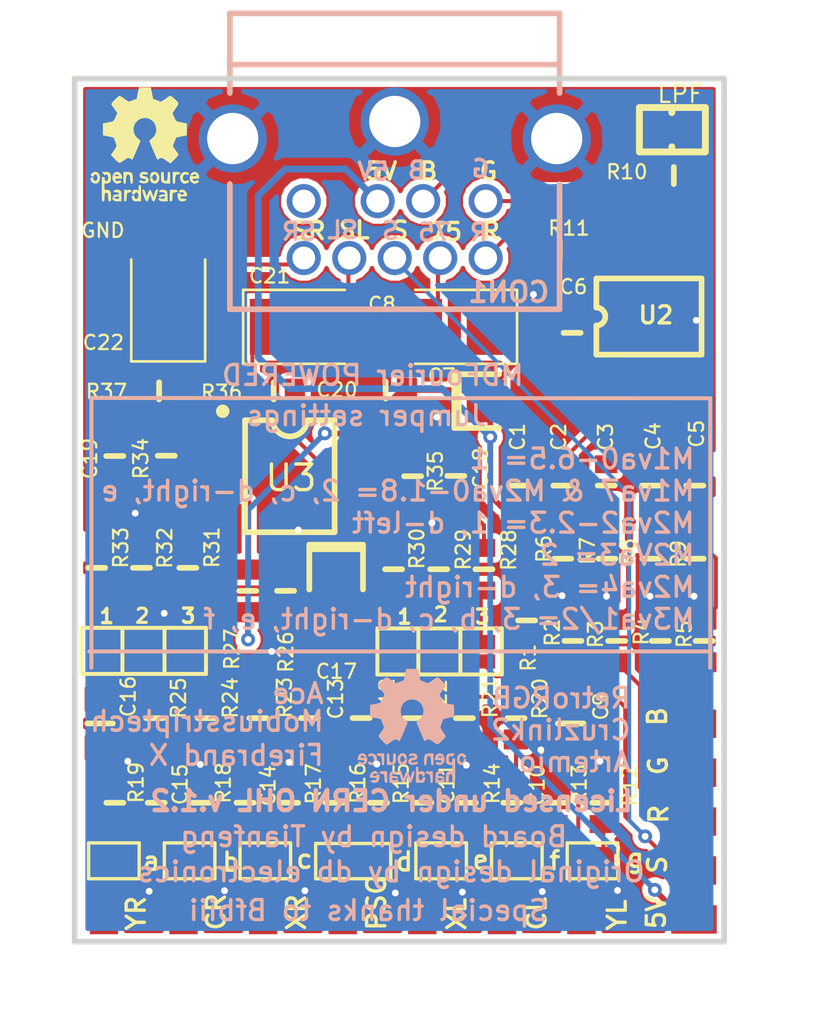
<source format=kicad_pcb>
(kicad_pcb (version 20171130) (host pcbnew "(5.0.2)-1")
  (layers (0 F.Cu signal) (31 B.Cu signal) (34 B.Paste user) (35 F.Paste user) (36 B.SilkS user) (37 F.SilkS user) (38 B.Mask user) (39 F.Mask user) (44 Edge.Cuts user))
  (net 0 "")
  (net 1 GND)
  (net 2 +5V)
  (net 3 SYNC-OUT)
  (net 4 RIGHT)
  (net 5 SL)
  (net 6 S$33979)
  (net 7 LPF)
  (net 8 YM-LEFT)
  (net 9 YM-RIGHT)
  (net 10 SCD-RIGHT)
  (net 11 32X-RIGHT)
  (net 12 PSG)
  (net 13 32X-LEFT)
  (net 14 SCD-LEFT)
  (net 15 LEFT)
  (net 16 SYNC-75)
  (net 17 R-OUT)
  (net 18 G-OUT)
  (net 19 B-OUT)
  (net 20 R-IN)
  (net 21 G-IN)
  (net 22 B-IN)
  (net 23 SR)
  (net 24 "NET-(CON101-PAD6)")
  (net 25 "NET-(U101-PAD7)")
  (net 26 "NET-(U101-PAD8)")
  (module easyeda:0603 (layer F.Cu) (at -864.781 -670.179)
    (fp_text reference C6 (at -1.385 -4.087) (layer F.SilkS) (effects (font (size 0.635 0.635) (thickness 0.102)) (justify left)))
    (fp_text value 0.1uF/50V hide)
    (pad 1 smd custom (at -0.762 -2.982 270) (size 0.01 0.01) (layers F.Cu F.Paste F.Mask) (net 2 +5V) (options (clearance outline) (anchor circle)) (primitives (gr_poly (pts (xy -0.401 -0.501) (xy 0.399 -0.501) (xy 0.399 0.5) (xy -0.401 0.5)) (width 0.1))))
    (pad 2 smd rect (at -0.762 -1.082 180) (size 1.001 0.798) (layers F.Cu F.Adhes F.Paste F.Mask) (net 1 GND))
  )
  (module easyeda:MD-90SM (layer F.Cu) (at -873.341 -678.345)
    (fp_text reference CON1 (at 6.885 4.32) (layer B.SilkS) (effects (font (size 0.889 0.889) (thickness 0.178)) (justify left mirror)))
    (fp_text value MD-90SM hide)
    (pad 5 thru_hole circle (at -0.127 2.794 180) (size 1.524 1.524) (drill oval 1.016 1.021) (layers *.Cu *.Paste *.Mask) (net 3 SYNC-OUT))
    (pad 8 thru_hole circle (at -2.159 2.794 180) (size 1.524 1.524) (drill oval 1.016 1.021) (layers *.Cu *.Paste *.Mask) (net 5 SL))
    (pad 9 thru_hole circle (at -4.191 2.794 180) (size 1.524 1.524) (drill oval 1.016 1.021) (layers *.Cu *.Paste *.Mask) (net 23 SR))
    (pad 4 thru_hole circle (at 1.905 2.794 180) (size 1.524 1.524) (drill oval 1.016 1.021) (layers *.Cu *.Paste *.Mask) (net 16 SYNC-75))
    (pad 7 thru_hole circle (at 3.937 2.794 180) (size 1.524 1.524) (drill oval 1.016 1.021) (layers *.Cu *.Paste *.Mask) (net 17 R-OUT))
    (pad 3 thru_hole circle (at 3.937 0.254 180) (size 1.524 1.524) (drill oval 1.016 1.021) (layers *.Cu *.Paste *.Mask) (net 18 G-OUT))
    (pad 6 thru_hole circle (at -4.191 0.254 180) (size 1.524 1.524) (drill oval 1.016 1.021) (layers *.Cu *.Paste *.Mask) (net 24 "NET-(CON101-PAD6)"))
    (pad 1 thru_hole circle (at 1.143 0.254 180) (size 1.524 1.524) (drill oval 1.016 1.021) (layers *.Cu *.Paste *.Mask) (net 19 B-OUT))
    (pad 2 thru_hole circle (at -0.889 0.254 180) (size 1.524 1.524) (drill oval 1.016 1.021) (layers *.Cu *.Paste *.Mask) (net 2 +5V))
    (pad 10 thru_hole circle (at -0.127 -3.302 180) (size 3.048 3.048) (drill oval 2.286 2.291) (layers *.Cu *.Paste *.Mask) (net 1 GND))
    (pad 10 thru_hole circle (at -7.366 -2.54 180) (size 3.048 3.048) (drill oval 2.286 2.291) (layers *.Cu *.Paste *.Mask) (net 1 GND))
    (pad 10 thru_hole circle (at 7.112 -2.54 180) (size 3.048 3.048) (drill oval 2.286 2.291) (layers *.Cu *.Paste *.Mask) (net 1 GND))
  )
  (module easyeda:OSHW-LOGO_5MM (layer F.Cu) (at -871.55 -654.685)
    (fp_text reference G hide)
    (fp_text value LOGO hide)
  )
  (module easyeda:DMP-8 (layer F.Cu) (at -878.154 -665.81 270)
    (fp_text reference U3 (at 0.076 1.194 180) (layer F.SilkS) (effects (font (size 1.143 1.143) (thickness 0.152)) (justify left)))
    (fp_text value DMP-8 hide)
    (pad 1 smd rect (at -1.905 3.051 270) (size 0.72 1.27) (layers F.Cu F.Paste F.Mask) (net 4 RIGHT))
    (pad 2 smd rect (at -0.635 3.051 270) (size 0.72 1.27) (layers F.Cu F.Paste F.Mask) (net 4 RIGHT))
    (pad 3 smd rect (at 0.633 3.048 270) (size 0.72 1.27) (layers F.Cu F.Paste F.Mask) (net 6 S$33979))
    (pad 4 smd rect (at 1.905 3.051 270) (size 0.72 1.27) (layers F.Cu F.Paste F.Mask) (net 1 GND))
    (pad 5 smd rect (at 1.907 -3.051 270) (size 0.72 1.27) (layers F.Cu F.Paste F.Mask) (net 6 S$33979))
    (pad 6 smd rect (at 0.633 -3.05 270) (size 0.72 1.27) (layers F.Cu F.Paste F.Mask) (net 15 LEFT))
    (pad 7 smd rect (at -0.637 -3.05 270) (size 0.72 1.27) (layers F.Cu F.Paste F.Mask) (net 15 LEFT))
    (pad 8 smd rect (at -1.907 -3.05 270) (size 0.72 1.27) (layers F.Cu F.Paste F.Mask) (net 2 +5V))
  )
  (module easyeda:JUMPER_PADSX3 (layer F.Cu) (at -875.424 -648.627)
    (fp_text reference d (at 1.918 0.025) (layer F.SilkS) (effects (font (size 0.813 0.813) (thickness 0.152)) (justify left)))
    (fp_text value JUMPER_PADSX3 hide)
    (pad 1 smd rect (at -1.016 0 90) (size 1.27 0.8) (layers F.Cu F.Paste F.Mask) (net 12 PSG))
    (pad 2 smd rect (at 0.102 0 90) (size 1.27 0.8) (layers F.Cu F.Paste F.Mask) (net 12 PSG))
    (pad 3 smd rect (at 1.219 0 90) (size 1.27 0.8) (layers F.Cu F.Paste F.Mask) (net 12 PSG))
  )
  (module easyeda:JUMPER_PADSX2 (layer F.Cu) (at -864.286 -648.627)
    (fp_text reference g (at 1.105 -0.132) (layer F.SilkS) (effects (font (size 0.813 0.813) (thickness 0.152)) (justify left)))
    (fp_text value JUMPER_PADSX2 hide)
    (pad 1 smd rect (at -0.889 0 90) (size 1.27 0.8) (layers F.Cu F.Paste F.Mask) (net 8 YM-LEFT))
    (pad 2 smd rect (at 0.229 0 90) (size 1.27 0.8) (layers F.Cu F.Paste F.Mask) (net 8 YM-LEFT))
  )
  (module easyeda:JUMPER_PADSX2 (layer F.Cu) (at -867.668 -648.627)
    (fp_text reference f (at 1.02 -0.025) (layer F.SilkS) (effects (font (size 0.813 0.813) (thickness 0.152)) (justify left)))
    (fp_text value JUMPER_PADSX2 hide)
    (pad 1 smd rect (at -0.889 0 90) (size 1.27 0.8) (layers F.Cu F.Paste F.Mask) (net 14 SCD-LEFT))
    (pad 2 smd rect (at 0.229 0 90) (size 1.27 0.8) (layers F.Cu F.Paste F.Mask) (net 14 SCD-LEFT))
  )
  (module easyeda:JUMPER_PADSX2 (layer F.Cu) (at -871.051 -648.627)
    (fp_text reference e (at 0.974 -0.056) (layer F.SilkS) (effects (font (size 0.813 0.813) (thickness 0.152)) (justify left)))
    (fp_text value JUMPER_PADSX2 hide)
    (pad 1 smd rect (at -0.889 0 90) (size 1.27 0.8) (layers F.Cu F.Paste F.Mask) (net 13 32X-LEFT))
    (pad 2 smd rect (at 0.229 0 90) (size 1.27 0.8) (layers F.Cu F.Paste F.Mask) (net 13 32X-LEFT))
  )
  (module easyeda:JUMPER_PADSX2 (layer F.Cu) (at -878.908 -648.627)
    (fp_text reference c (at 0.957 -0.089) (layer F.SilkS) (effects (font (size 0.813 0.813) (thickness 0.152)) (justify left)))
    (fp_text value JUMPER_PADSX2 hide)
    (pad 1 smd rect (at -0.889 0 90) (size 1.27 0.8) (layers F.Cu F.Paste F.Mask) (net 11 32X-RIGHT))
    (pad 2 smd rect (at 0.229 0 90) (size 1.27 0.8) (layers F.Cu F.Paste F.Mask) (net 11 32X-RIGHT))
  )
  (module easyeda:JUMPER_PADSX2 (layer F.Cu) (at -882.29 -648.627)
    (fp_text reference b (at 1.037 0.038) (layer F.SilkS) (effects (font (size 0.813 0.813) (thickness 0.152)) (justify left)))
    (fp_text value JUMPER_PADSX2 hide)
    (pad 1 smd rect (at -0.889 0 90) (size 1.27 0.8) (layers F.Cu F.Paste F.Mask) (net 10 SCD-RIGHT))
    (pad 2 smd rect (at 0.229 0 90) (size 1.27 0.8) (layers F.Cu F.Paste F.Mask) (net 10 SCD-RIGHT))
  )
  (module easyeda:JUMPER_PADSX2 (layer F.Cu) (at -885.673 -648.627)
    (fp_text reference a (at 0.864 -0.005) (layer F.SilkS) (effects (font (size 0.813 0.813) (thickness 0.152)) (justify left)))
    (fp_text value JUMPER_PADSX2 hide)
    (pad 1 smd rect (at -0.889 0 90) (size 1.27 0.8) (layers F.Cu F.Paste F.Mask) (net 9 YM-RIGHT))
    (pad 2 smd rect (at 0.229 0 90) (size 1.27 0.8) (layers F.Cu F.Paste F.Mask) (net 9 YM-RIGHT))
  )
  (module easyeda:JUMPER (layer F.Cu) (at -871.499 -657.542)
    (fp_text reference 1 (at -1.93 -1.991) (layer F.SilkS) (effects (font (size 0.635 0.635) (thickness 0.152)) (justify left)))
    (fp_text value 3 (at 1.549 -1.991) (layer F.SilkS) (effects (font (size 0.635 0.635) (thickness 0.152)) (justify left)))
    (pad 1 smd rect (at -1.829 0 90) (size 0.635 1.27) (layers F.Cu F.Paste F.Mask) (net 8 YM-LEFT))
    (pad 2 smd rect (at -1.829 -0.864 90) (size 0.635 1.27) (layers F.Cu F.Paste F.Mask) (net 8 YM-LEFT))
    (pad 1 smd rect (at 0.025 0 90) (size 0.635 1.27) (layers F.Cu F.Paste F.Mask) (net 8 YM-LEFT))
    (pad 2 smd rect (at 0.025 -0.864 90) (size 0.635 1.27) (layers F.Cu F.Paste F.Mask) (net 8 YM-LEFT))
    (pad 1 smd rect (at 1.88 0 90) (size 0.635 1.27) (layers F.Cu F.Paste F.Mask) (net 8 YM-LEFT))
    (pad 2 smd rect (at 1.88 -0.864 90) (size 0.635 1.27) (layers F.Cu F.Paste F.Mask) (net 8 YM-LEFT))
  )
  (module easyeda:JUMPER (layer F.Cu) (at -884.72 -657.568)
    (fp_text reference 1 (at -2.019 -1.991) (layer F.SilkS) (effects (font (size 0.635 0.635) (thickness 0.152)) (justify left)))
    (fp_text value 3 (at 1.6255 -2.0065) (layer F.SilkS) (effects (font (size 0.635 0.635) (thickness 0.152)) (justify left)))
    (pad 1 smd rect (at -1.829 0 90) (size 0.635 1.27) (layers F.Cu F.Paste F.Mask) (net 9 YM-RIGHT))
    (pad 2 smd rect (at -1.829 -0.864 90) (size 0.635 1.27) (layers F.Cu F.Paste F.Mask) (net 9 YM-RIGHT))
    (pad 1 smd rect (at 0.025 0 90) (size 0.635 1.27) (layers F.Cu F.Paste F.Mask) (net 9 YM-RIGHT))
    (pad 2 smd rect (at 0.025 -0.864 90) (size 0.635 1.27) (layers F.Cu F.Paste F.Mask) (net 9 YM-RIGHT))
    (pad 1 smd rect (at 1.88 0 90) (size 0.635 1.27) (layers F.Cu F.Paste F.Mask) (net 9 YM-RIGHT))
    (pad 2 smd rect (at 1.88 -0.864 90) (size 0.635 1.27) (layers F.Cu F.Paste F.Mask) (net 9 YM-RIGHT))
  )
  (module easyeda:0805 (layer F.Cu) (at -864.667 -654.71 180)
    (fp_text reference C9 (at -0.41 0.131 90) (layer F.SilkS) (effects (font (size 0.635 0.635) (thickness 0.102)) (justify left)))
    (fp_text value 0805 hide)
    (pad 1 smd custom (at 0.94 -1.016 90) (size 1.016 1.27) (layers F.Cu F.Paste F.Mask) (net 8 YM-LEFT) (options (clearance outline) (anchor circle)) (primitives (gr_poly (pts (xy -0.508 -0.635) (xy 0.508 -0.635) (xy 0.508 0.635) (xy -0.508 0.635)) (width 0.1))))
    (pad 2 smd custom (at 0.94 1.143 90) (size 1.016 1.27) (layers F.Cu F.Paste F.Mask) (net 8 YM-LEFT) (options (clearance outline) (anchor circle)) (primitives (gr_poly (pts (xy -0.508 -0.635) (xy 0.508 -0.635) (xy 0.508 0.635) (xy -0.508 0.635)) (width 0.1))))
  )
  (module easyeda:0805 (layer F.Cu) (at -885.698 -654.71 180)
    (fp_text reference C16 (at -0.321 0.278 90) (layer F.SilkS) (effects (font (size 0.635 0.635) (thickness 0.102)) (justify left)))
    (fp_text value 0805 hide)
    (pad 1 smd custom (at 0.94 -1.016 90) (size 1.016 1.27) (layers F.Cu F.Paste F.Mask) (net 9 YM-RIGHT) (options (clearance outline) (anchor circle)) (primitives (gr_poly (pts (xy -0.508 -0.635) (xy 0.508 -0.635) (xy 0.508 0.635) (xy -0.508 0.635)) (width 0.1))))
    (pad 2 smd custom (at 0.94 1.143 90) (size 1.016 1.27) (layers F.Cu F.Paste F.Mask) (net 9 YM-RIGHT) (options (clearance outline) (anchor circle)) (primitives (gr_poly (pts (xy -0.508 -0.635) (xy 0.508 -0.635) (xy 0.508 0.635) (xy -0.508 0.635)) (width 0.1))))
  )
  (module easyeda:JUMPER_SOLDER_1X2 (layer F.Cu) (at -861.06 -681.279)
    (fp_text reference JP1)
    (fp_text value JUMPER_SOLDER_1X2 hide)
    (pad 1 smd rect (at -0.66 0 90) (size 1.422 1.143) (layers F.Cu F.Paste F.Mask) (net 2 +5V))
    (pad 2 smd rect (at 0.66 0 90) (size 1.422 1.143) (layers F.Cu F.Paste F.Mask) (net 7 LPF))
  )
  (module easyeda:CP_TANTALUM_CASE-B_EIA-3528-21_REFLOW (layer F.Cu) (at -883.59 -673.735 90)
    (fp_text reference C22 (at -1.958 -3.886) (layer F.SilkS) (effects (font (size 0.635 0.635) (thickness 0.102)) (justify left)))
    (fp_text value CP_TANTALUM_CASE-B_EIA-3528-21_REFLOW hide)
    (pad 1 smd rect (at -1.524 0 90) (size 1.95 2.5) (layers F.Cu F.Paste F.Mask) (net 23 SR))
    (pad 2 smd rect (at 1.527 0 90) (size 1.95 2.5) (layers F.Cu F.Paste F.Mask) (net 23 SR))
  )
  (module easyeda:TSSOP-14 (layer F.Cu) (at -862.152 -672.351)
    (fp_text reference U2 (at -0.508 -0.65) (layer F.SilkS) (effects (font (size 0.762 0.762) (thickness 0.152)) (justify left)))
    (fp_text value THS7374IPWR hide)
    (pad 1 smd rect (at -1.905 2.413 90) (size 2 0.3) (layers F.Cu F.Paste F.Mask) (net 3 SYNC-OUT))
    (pad 2 smd rect (at -1.255 2.413 90) (size 2 0.3) (layers F.Cu F.Paste F.Mask) (net 20 R-IN))
    (pad 3 smd rect (at -0.605 2.413 90) (size 2 0.3) (layers F.Cu F.Paste F.Mask) (net 21 G-IN))
    (pad 4 smd rect (at 0.046 2.413 90) (size 2 0.3) (layers F.Cu F.Paste F.Mask) (net 22 B-IN))
    (pad 5 smd rect (at 0.695 2.413 90) (size 2 0.3) (layers F.Cu F.Paste F.Mask) (net 1 GND))
    (pad 6 smd rect (at 1.344 2.413 90) (size 2 0.3) (layers F.Cu F.Paste F.Mask) (net 1 GND))
    (pad 7 smd rect (at 1.994 2.413 90) (size 2 0.3) (layers F.Cu F.Paste F.Mask) (net 25 "NET-(U101-PAD7)"))
    (pad 8 smd rect (at 1.994 -3.588 90) (size 2 0.3) (layers F.Cu F.Paste F.Mask) (net 26 "NET-(U101-PAD8)"))
    (pad 9 smd rect (at 1.344 -3.588 90) (size 2 0.3) (layers F.Cu F.Paste F.Mask) (net 7 LPF))
    (pad 10 smd rect (at 0.695 -3.588 90) (size 2 0.3) (layers F.Cu F.Paste F.Mask) (net 2 +5V))
    (pad 11 smd rect (at 0.046 -3.588 90) (size 2 0.3) (layers F.Cu F.Paste F.Mask) (net 19 B-OUT))
    (pad 12 smd rect (at -0.605 -3.588 90) (size 2 0.3) (layers F.Cu F.Paste F.Mask) (net 18 G-OUT))
    (pad 13 smd rect (at -1.255 -3.588 90) (size 2 0.3) (layers F.Cu F.Paste F.Mask) (net 17 R-OUT))
    (pad 14 smd rect (at -1.905 -3.588 90) (size 2 0.3) (layers F.Cu F.Paste F.Mask) (net 3 SYNC-OUT))
  )
  (module easyeda:0603 (layer F.Cu) (at -860.488 -663.27)
    (fp_text reference R9 (at -0.302 1.618 90) (layer F.SilkS) (effects (font (size 0.635 0.635) (thickness 0.102)) (justify left)))
    (fp_text value 1.00k hide)
    (pad 1 smd rect (at 0.444 2.093 180) (size 1.001 0.798) (layers F.Cu F.Paste F.Mask) (net 1 GND))
    (pad 2 smd rect (at 0.444 0.193 180) (size 1.001 0.8) (layers F.Cu F.Paste F.Mask) (net 22 B-IN))
  )
  (module easyeda:TP50 (layer F.Cu) (at -859.231 -654.253 90)
    (fp_text reference B1 hide)
    (fp_text value TP_50 hide)
    (pad 1 smd rect (at 0.508 -0.889 90) (size 1.27 2.032) (layers F.Cu F.Paste F.Mask) (net 22 B-IN))
  )
  (module easyeda:0603 (layer F.Cu) (at -871.318 -653.9)
    (fp_text reference C11 (at 0.189 2.807 90) (layer F.SilkS) (effects (font (size 0.635 0.635) (thickness 0.102)) (justify left)))
    (fp_text value 1uF/16V hide)
    (pad 1 smd rect (at -0.889 3.617 180) (size 1.001 0.8) (layers F.Cu F.Paste F.Mask) (net 13 32X-LEFT))
    (pad 2 smd rect (at -0.889 1.717 180) (size 1.001 0.8) (layers F.Cu F.Paste F.Mask) (net 13 32X-LEFT))
  )
  (module easyeda:0603 (layer F.Cu) (at -868.867 -648.566 180)
    (fp_text reference C10 (at -1.764 2.47 90) (layer F.SilkS) (effects (font (size 0.635 0.635) (thickness 0.102)) (justify left)))
    (fp_text value 1uF/16V hide)
    (pad 1 smd custom (at -0.635 3.617 270) (size 0.8 1.001) (layers F.Cu F.Paste F.Mask) (net 14 SCD-LEFT) (options (clearance outline) (anchor circle)) (primitives (gr_poly (pts (xy -0.402 -0.499) (xy 0.399 -0.499) (xy 0.399 0.502) (xy -0.402 0.502)) (width 0.1))))
    (pad 2 smd rect (at -0.635 1.717) (size 1.001 0.8) (layers F.Cu F.Paste F.Mask) (net 14 SCD-LEFT))
  )
  (module easyeda:0603 (layer F.Cu) (at -874.08 -652.346 180)
    (fp_text reference C12 (at -0.272 2.54 90) (layer F.SilkS) (effects (font (size 0.635 0.635) (thickness 0.102)) (justify left)))
    (fp_text value 1uF/16V hide)
    (pad 1 smd custom (at 0.889 3.617 270) (size 0.01 0.01) (layers F.Cu F.Paste F.Mask) (net 12 PSG) (options (clearance outline) (anchor circle)) (primitives (gr_poly (pts (xy -0.399 -0.5) (xy 0.401 -0.5) (xy 0.401 0.501) (xy -0.399 0.501)) (width 0.1))))
    (pad 2 smd rect (at 0.889 1.717) (size 1.001 0.8) (layers F.Cu F.Paste F.Mask) (net 12 PSG))
  )
  (module easyeda:0603 (layer F.Cu) (at -877.784 -652.346 180)
    (fp_text reference C13 (at -1.677 2.54 90) (layer F.SilkS) (effects (font (size 0.635 0.635) (thickness 0.102)) (justify left)))
    (fp_text value 1uF/16V hide)
    (pad 1 smd custom (at -0.508 3.617 270) (size 0.01 0.01) (layers F.Cu F.Paste F.Mask) (net 12 PSG) (options (clearance outline) (anchor circle)) (primitives (gr_poly (pts (xy -0.399 -0.5) (xy 0.401 -0.5) (xy 0.401 0.501) (xy -0.399 0.501)) (width 0.1))))
    (pad 2 smd rect (at -0.508 1.717) (size 1.001 0.8) (layers F.Cu F.Paste F.Mask) (net 12 PSG))
  )
  (module easyeda:0603 (layer F.Cu) (at -880.916 -648.569 180)
    (fp_text reference C14 (at -1.788 2.438 90) (layer F.SilkS) (effects (font (size 0.635 0.635) (thickness 0.102)) (justify left)))
    (fp_text value 1uF/16V hide)
    (pad 1 smd custom (at -0.762 3.617 270) (size 0.8 1.001) (layers F.Cu F.Paste F.Mask) (net 11 32X-RIGHT) (options (clearance outline) (anchor circle)) (primitives (gr_poly (pts (xy -0.399 -0.501) (xy 0.401 -0.501) (xy 0.401 0.499) (xy -0.399 0.499)) (width 0.1))))
    (pad 2 smd custom (at -0.762 1.717 270) (size 0.8 1.001) (layers F.Cu F.Paste F.Mask) (net 11 32X-RIGHT) (options (clearance outline) (anchor circle)) (primitives (gr_poly (pts (xy -0.399 -0.501) (xy 0.401 -0.501) (xy 0.401 0.499) (xy -0.399 0.499)) (width 0.1))))
  )
  (module easyeda:0603 (layer F.Cu) (at -883.11 -653.9)
    (fp_text reference C15 (at 0.056 2.837 90) (layer F.SilkS) (effects (font (size 0.635 0.635) (thickness 0.102)) (justify left)))
    (fp_text value 1uF/16V hide)
    (pad 1 smd custom (at -1.016 3.617 90) (size 0.8 1.001) (layers F.Cu F.Paste F.Mask) (net 10 SCD-RIGHT) (options (clearance outline) (anchor circle)) (primitives (gr_poly (pts (xy -0.399 -0.5) (xy 0.401 -0.5) (xy 0.401 0.501) (xy -0.399 0.501)) (width 0.1))))
    (pad 2 smd custom (at -1.016 1.717 90) (size 0.8 1.001) (layers F.Cu F.Paste F.Mask) (net 10 SCD-RIGHT) (options (clearance outline) (anchor circle)) (primitives (gr_poly (pts (xy -0.399 -0.5) (xy 0.401 -0.5) (xy 0.401 0.501) (xy -0.399 0.501)) (width 0.1))))
  )
  (module easyeda:0603 (layer F.Cu) (at -870.928 -663.664 270)
    (fp_text reference C18 (at -1.509 -1.298 90) (layer F.SilkS) (effects (font (size 0.635 0.635) (thickness 0.102)) (justify left)))
    (fp_text value 270pF/50V hide)
    (pad 1 smd custom (at -3.109 -0.191 270) (size 0.8 1.001) (layers F.Cu F.Paste F.Mask) (net 15 LEFT) (options (clearance outline) (anchor circle)) (primitives (gr_poly (pts (xy -0.401 -0.5) (xy 0.399 -0.5) (xy 0.399 0.501) (xy -0.401 0.501)) (width 0.1))))
    (pad 2 smd custom (at -1.209 -0.191 270) (size 0.8 1.001) (layers F.Cu F.Paste F.Mask) (net 15 LEFT) (options (clearance outline) (anchor circle)) (primitives (gr_poly (pts (xy -0.401 -0.5) (xy 0.399 -0.5) (xy 0.399 0.501) (xy -0.401 0.501)) (width 0.1))))
  )
  (module easyeda:0603 (layer F.Cu) (at -885.088 -668.109)
    (fp_text reference C19 (at -2.007 2.502 90) (layer F.SilkS) (effects (font (size 0.635 0.635) (thickness 0.102)) (justify left)))
    (fp_text value 270pF/50V hide)
    (pad 1 smd custom (at -0.889 2.347 90) (size 0.01 0.01) (layers F.Cu F.Paste F.Mask) (net 4 RIGHT) (options (clearance outline) (anchor circle)) (primitives (gr_poly (pts (xy -0.399 -0.5) (xy 0.399 -0.5) (xy 0.399 0.501) (xy -0.399 0.501)) (width 0.1))))
    (pad 2 smd custom (at -0.889 0.447 90) (size 0.8 1.001) (layers F.Cu F.Paste F.Mask) (net 4 RIGHT) (options (clearance outline) (anchor circle)) (primitives (gr_poly (pts (xy -0.399 -0.5) (xy 0.401 -0.5) (xy 0.401 0.501) (xy -0.399 0.501)) (width 0.1))))
  )
  (module easyeda:1206_P (layer F.Cu) (at -865.975 -667.893 90)
    (fp_text reference C7 (at 2.385 -6.084) (layer F.SilkS) (effects (font (size 0.635 0.635) (thickness 0.102)) (justify left)))
    (fp_text value 22uF/10V hide)
    (pad 1 smd custom (at 1.27 -3.429) (size 0.01 0.01) (layers F.Cu F.Paste F.Mask) (net 2 +5V) (options (clearance outline) (anchor circle)) (primitives (gr_poly (pts (xy -0.8 -0.899) (xy 0.8 -0.899) (xy 0.8 0.899) (xy -0.8 0.899)) (width 0.1))))
    (pad 2 smd custom (at 1.27 -0.629) (size 0.01 0.01) (layers F.Cu F.Paste F.Mask) (net 1 GND) (options (clearance outline) (anchor circle)) (primitives (gr_poly (pts (xy -0.801 -0.899) (xy 0.799 -0.899) (xy 0.799 0.899) (xy -0.801 0.899)) (width 0.1))))
  )
  (module easyeda:TP50 (layer F.Cu) (at -859.231 -651.689 90)
    (fp_text reference G1 hide)
    (fp_text value TP_50 hide)
    (pad 1 smd rect (at 0.888 -0.889 90) (size 1.27 2.032) (layers F.Cu F.Paste F.Mask) (net 21 G-IN))
  )
  (module easyeda:TP50 (layer F.Cu) (at -859.231 -651.662 90)
    (fp_text reference R1 hide)
    (fp_text value TP_50 hide)
    (pad 1 smd rect (at -1.27 -0.889 90) (size 1.27 2.032) (layers F.Cu F.Paste F.Mask) (net 20 R-IN))
  )
  (module easyeda:0603 (layer F.Cu) (at -867.575 -662.038)
    (fp_text reference R1 (at 0.076 5.016 90) (layer F.SilkS) (effects (font (size 0.635 0.635) (thickness 0.102)) (justify left)))
    (fp_text value 2.20k hide)
    (pad 1 smd custom (at 0 3.617 90) (size 0.01 0.01) (layers F.Cu F.Paste F.Mask) (net 3 SYNC-OUT) (options (clearance outline) (anchor circle)) (primitives (gr_poly (pts (xy -0.399 -0.5) (xy 0.401 -0.5) (xy 0.401 0.501) (xy -0.399 0.501)) (width 0.1))))
    (pad 2 smd custom (at 0 1.717 90) (size 0.01 0.01) (layers F.Cu F.Paste F.Mask) (net 2 +5V) (options (clearance outline) (anchor circle)) (primitives (gr_poly (pts (xy -0.399 -0.5) (xy 0.401 -0.5) (xy 0.401 0.501) (xy -0.399 0.501)) (width 0.1))))
  )
  (module easyeda:0603 (layer F.Cu) (at -863.295 -655.79 180)
    (fp_text reference R3 (at 1.196 2.277 90) (layer F.SilkS) (effects (font (size 0.635 0.635) (thickness 0.102)) (justify left)))
    (fp_text value 5.62k hide)
    (pad 1 smd custom (at 0.254 1.717 90) (size 0.01 0.01) (layers F.Cu F.Paste F.Mask) (net 20 R-IN) (options (clearance outline) (anchor circle)) (primitives (gr_poly (pts (xy -0.401 -0.501) (xy 0.399 -0.501) (xy 0.399 0.499) (xy -0.401 0.499)) (width 0.1))))
    (pad 2 smd custom (at 0.254 3.617 90) (size 0.01 0.01) (layers F.Cu F.Paste F.Mask) (net 20 R-IN) (options (clearance outline) (anchor circle)) (primitives (gr_poly (pts (xy -0.401 -0.501) (xy 0.399 -0.501) (xy 0.399 0.499) (xy -0.401 0.499)) (width 0.1))))
  )
  (module easyeda:0603 (layer F.Cu) (at -862.486 -655.79 180)
    (fp_text reference R4 (at -0.039 2.402 90) (layer F.SilkS) (effects (font (size 0.635 0.635) (thickness 0.102)) (justify left)))
    (fp_text value 5.62k hide)
    (pad 1 smd custom (at -0.889 1.717 90) (size 0.01 0.01) (layers F.Cu F.Paste F.Mask) (net 21 G-IN) (options (clearance outline) (anchor circle)) (primitives (gr_poly (pts (xy -0.401 -0.5) (xy 0.399 -0.5) (xy 0.399 0.501) (xy -0.401 0.501)) (width 0.1))))
    (pad 2 smd custom (at -0.889 3.617 90) (size 0.01 0.01) (layers F.Cu F.Paste F.Mask) (net 21 G-IN) (options (clearance outline) (anchor circle)) (primitives (gr_poly (pts (xy -0.401 -0.5) (xy 0.399 -0.5) (xy 0.399 0.501) (xy -0.401 0.501)) (width 0.1))))
  )
  (module easyeda:0603 (layer F.Cu) (at -859.134 -655.79 180)
    (fp_text reference R5 (at 1.395 2.279 90) (layer F.SilkS) (effects (font (size 0.635 0.635) (thickness 0.102)) (justify left)))
    (fp_text value 5.62k hide)
    (pad 1 smd custom (at 0.507 1.717 90) (size 0.8 1.001) (layers F.Cu F.Paste F.Mask) (net 22 B-IN) (options (clearance outline) (anchor circle)) (primitives (gr_poly (pts (xy -0.401 -0.501) (xy 0.399 -0.501) (xy 0.399 0.5) (xy -0.401 0.5)) (width 0.1))))
    (pad 2 smd custom (at 0.507 3.617 90) (size 0.01 0.01) (layers F.Cu F.Paste F.Mask) (net 22 B-IN) (options (clearance outline) (anchor circle)) (primitives (gr_poly (pts (xy -0.401 -0.501) (xy 0.399 -0.501) (xy 0.399 0.5) (xy -0.401 0.5)) (width 0.1))))
  )
  (module easyeda:0603 (layer F.Cu) (at -866.647 -655.79 180)
    (fp_text reference R2 (at -0.225 2.355 90) (layer F.SilkS) (effects (font (size 0.635 0.635) (thickness 0.102)) (justify left)))
    (fp_text value 5.62k hide)
    (pad 1 smd custom (at -1.143 1.717 90) (size 0.01 0.01) (layers F.Cu F.Paste F.Mask) (net 3 SYNC-OUT) (options (clearance outline) (anchor circle)) (primitives (gr_poly (pts (xy -0.401 -0.501) (xy 0.399 -0.501) (xy 0.399 0.5) (xy -0.401 0.5)) (width 0.1))))
    (pad 2 smd custom (at -1.143 3.617 90) (size 0.01 0.01) (layers F.Cu F.Paste F.Mask) (net 3 SYNC-OUT) (options (clearance outline) (anchor circle)) (primitives (gr_poly (pts (xy -0.401 -0.501) (xy 0.399 -0.501) (xy 0.399 0.5) (xy -0.401 0.5)) (width 0.1))))
  )
  (module easyeda:0603 (layer F.Cu) (at -863.354 -663.27)
    (fp_text reference R7 (at -1.501 1.482 90) (layer F.SilkS) (effects (font (size 0.635 0.635) (thickness 0.102)) (justify left)))
    (fp_text value 1.00k hide)
    (pad 1 smd rect (at -0.635 2.093 180) (size 1.001 0.798) (layers F.Cu F.Paste F.Mask) (net 1 GND))
    (pad 2 smd custom (at -0.635 0.193 90) (size 0.01 0.01) (layers F.Cu F.Paste F.Mask) (net 20 R-IN) (options (clearance outline) (anchor circle)) (primitives (gr_poly (pts (xy -0.399 -0.501) (xy 0.401 -0.501) (xy 0.401 0.5) (xy -0.399 0.5)) (width 0.1))))
  )
  (module easyeda:0603 (layer F.Cu) (at -863.161 -663.27)
    (fp_text reference R8 (at 0.109 1.52 90) (layer F.SilkS) (effects (font (size 0.635 0.635) (thickness 0.102)) (justify left)))
    (fp_text value 1.00k hide)
    (pad 1 smd rect (at 1.143 2.093 180) (size 1.001 0.798) (layers F.Cu F.Paste F.Mask) (net 1 GND))
    (pad 2 smd custom (at 1.143 0.193 90) (size 0.01 0.01) (layers F.Cu F.Paste F.Mask) (net 21 G-IN) (options (clearance outline) (anchor circle)) (primitives (gr_poly (pts (xy -0.399 -0.499) (xy 0.401 -0.499) (xy 0.401 0.501) (xy -0.399 0.501)) (width 0.1))))
  )
  (module easyeda:0603 (layer F.Cu) (at -865.962 -663.27)
    (fp_text reference R6 (at -0.835 1.39 90) (layer F.SilkS) (effects (font (size 0.635 0.635) (thickness 0.102)) (justify left)))
    (fp_text value 1.00k hide)
    (pad 1 smd custom (at 0 2.093 90) (size 0.01 0.01) (layers F.Cu F.Paste F.Mask) (net 1 GND) (options (clearance outline) (anchor circle)) (primitives (gr_poly (pts (xy -0.399 -0.5) (xy 0.399 -0.5) (xy 0.399 0.501) (xy -0.399 0.501)) (width 0.1))))
    (pad 2 smd custom (at 0 0.193 90) (size 0.01 0.01) (layers F.Cu F.Paste F.Mask) (net 3 SYNC-OUT) (options (clearance outline) (anchor circle)) (primitives (gr_poly (pts (xy -0.399 -0.5) (xy 0.401 -0.5) (xy 0.401 0.501) (xy -0.399 0.501)) (width 0.1))))
  )
  (module easyeda:0603 (layer F.Cu) (at -864.006 -651.36)
    (fp_text reference R12 (at 1.045 0.358 90) (layer F.SilkS) (effects (font (size 0.635 0.635) (thickness 0.102)) (justify left)))
    (fp_text value 2.20k hide)
    (pad 1 smd rect (at -0.254 1.077 180) (size 1.001 0.8) (layers F.Cu F.Paste F.Mask) (net 8 YM-LEFT))
    (pad 2 smd rect (at -0.254 -0.823 180) (size 1.001 0.8) (layers F.Cu F.Paste F.Mask) (net 1 GND))
  )
  (module easyeda:0603 (layer F.Cu) (at -870.475 -651.36)
    (fp_text reference R14 (at 1.365 0.259 90) (layer F.SilkS) (effects (font (size 0.635 0.635) (thickness 0.102)) (justify left)))
    (fp_text value 75.0 hide)
    (pad 1 smd custom (at 0.254 1.077 90) (size 0.8 1.001) (layers F.Cu F.Paste F.Mask) (net 13 32X-LEFT) (options (clearance outline) (anchor circle)) (primitives (gr_poly (pts (xy -0.399 -0.499) (xy 0.401 -0.499) (xy 0.401 0.502) (xy -0.399 0.502)) (width 0.1))))
    (pad 2 smd custom (at 0.254 -0.823 90) (size 1.001 0.8) (layers F.Cu F.Paste F.Mask) (net 1 GND) (options (clearance outline) (anchor circle)) (primitives (gr_poly (pts (xy -0.399 -0.499) (xy 0.401 -0.499) (xy 0.401 0.502) (xy -0.399 0.502)) (width 0.1))))
  )
  (module easyeda:0603 (layer F.Cu) (at -866.753 -651.36)
    (fp_text reference R13 (at 1.53 0.307 90) (layer F.SilkS) (effects (font (size 0.635 0.635) (thickness 0.102)) (justify left)))
    (fp_text value 75.0 hide)
    (pad 1 smd rect (at 0.508 1.077 180) (size 1.001 0.8) (layers F.Cu F.Paste F.Mask) (net 14 SCD-LEFT))
    (pad 2 smd rect (at 0.508 -0.823 180) (size 1.001 0.8) (layers F.Cu F.Paste F.Mask) (net 1 GND))
  )
  (module easyeda:0603 (layer F.Cu) (at -878.547 -651.36)
    (fp_text reference R17 (at 1.45 0.27 90) (layer F.SilkS) (effects (font (size 0.635 0.635) (thickness 0.102)) (justify left)))
    (fp_text value 75.0 hide)
    (pad 1 smd custom (at 0.381 1.077 90) (size 0.8 1.001) (layers F.Cu F.Paste F.Mask) (net 11 32X-RIGHT) (options (clearance outline) (anchor circle)) (primitives (gr_poly (pts (xy -0.399 -0.502) (xy 0.401 -0.502) (xy 0.401 0.499) (xy -0.399 0.499)) (width 0.1))))
    (pad 2 smd rect (at 0.381 -0.823 180) (size 1.001 0.8) (layers F.Cu F.Paste F.Mask) (net 1 GND))
  )
  (module easyeda:0603 (layer F.Cu) (at -882.266 -651.36)
    (fp_text reference R18 (at 1.14 0.231 90) (layer F.SilkS) (effects (font (size 0.635 0.635) (thickness 0.102)) (justify left)))
    (fp_text value 75.0 hide)
    (pad 1 smd rect (at 0.127 1.077 180) (size 1.001 0.8) (layers F.Cu F.Paste F.Mask) (net 10 SCD-RIGHT))
    (pad 2 smd custom (at 0.127 -0.823 90) (size 0.01 0.01) (layers F.Cu F.Paste F.Mask) (net 1 GND) (options (clearance outline) (anchor circle)) (primitives (gr_poly (pts (xy -0.399 -0.5) (xy 0.401 -0.5) (xy 0.401 0.5) (xy -0.399 0.5)) (width 0.1))))
  )
  (module easyeda:0603 (layer F.Cu) (at -885.594 -651.36)
    (fp_text reference R19 (at 0.572 0.215 90) (layer F.SilkS) (effects (font (size 0.635 0.635) (thickness 0.102)) (justify left)))
    (fp_text value 2.20k hide)
    (pad 1 smd rect (at -0.381 1.077 180) (size 1.001 0.8) (layers F.Cu F.Paste F.Mask) (net 9 YM-RIGHT))
    (pad 2 smd custom (at -0.381 -0.823 90) (size 0.8 1.001) (layers F.Cu F.Paste F.Mask) (net 1 GND) (options (clearance outline) (anchor circle)) (primitives (gr_poly (pts (xy -0.399 -0.5) (xy 0.401 -0.5) (xy 0.401 0.501) (xy -0.399 0.501)) (width 0.1))))
  )
  (module easyeda:0603 (layer F.Cu) (at -870.75 -662.8)
    (fp_text reference R28 (at 2.378 1.275 90) (layer F.SilkS) (effects (font (size 0.635 0.635) (thickness 0.102)) (justify left)))
    (fp_text value 6.19k hide)
    (pad 1 smd rect (at 1.27 2.093 180) (size 1.001 0.798) (layers F.Cu F.Paste F.Mask) (net 8 YM-LEFT))
    (pad 2 smd rect (at 1.27 0.193 180) (size 1.001 0.8) (layers F.Cu F.Paste F.Mask) (net 15 LEFT))
  )
  (module easyeda:0603 (layer F.Cu) (at -872.006 -656.153)
    (fp_text reference R21 (at 2.796 1.214 90) (layer F.SilkS) (effects (font (size 0.635 0.635) (thickness 0.102)) (justify left)))
    (fp_text value 130k hide)
    (pad 1 smd custom (at 1.651 2.093 90) (size 0.798 1.001) (layers F.Cu F.Paste F.Mask) (net 13 32X-LEFT) (options (clearance outline) (anchor circle)) (primitives (gr_poly (pts (xy -0.399 -0.5) (xy 0.399 -0.5) (xy 0.399 0.501) (xy -0.399 0.501)) (width 0.1))))
    (pad 2 smd custom (at 1.651 0.193 90) (size 0.8 1.001) (layers F.Cu F.Paste F.Mask) (net 15 LEFT) (options (clearance outline) (anchor circle)) (primitives (gr_poly (pts (xy -0.399 -0.5) (xy 0.401 -0.5) (xy 0.401 0.501) (xy -0.399 0.501)) (width 0.1))))
  )
  (module easyeda:0603 (layer F.Cu) (at -867.412 -656.153)
    (fp_text reference R20 (at 0.433 1.262 90) (layer F.SilkS) (effects (font (size 0.635 0.635) (thickness 0.102)) (justify left)))
    (fp_text value 130k hide)
    (pad 1 smd custom (at -0.635 2.093 90) (size 0.798 1.001) (layers F.Cu F.Paste F.Mask) (net 14 SCD-LEFT) (options (clearance outline) (anchor circle)) (primitives (gr_poly (pts (xy -0.399 -0.501) (xy 0.399 -0.501) (xy 0.399 0.5) (xy -0.399 0.5)) (width 0.1))))
    (pad 2 smd custom (at -0.635 0.193 90) (size 0.01 0.01) (layers F.Cu F.Paste F.Mask) (net 15 LEFT) (options (clearance outline) (anchor circle)) (primitives (gr_poly (pts (xy -0.399 -0.501) (xy 0.401 -0.501) (xy 0.401 0.5) (xy -0.399 0.5)) (width 0.1))))
  )
  (module easyeda:0603 (layer F.Cu) (at -873.55 -656.153)
    (fp_text reference R22 (at 2.079 1.309 90) (layer F.SilkS) (effects (font (size 0.635 0.635) (thickness 0.102)) (justify left)))
    (fp_text value 100k hide)
    (pad 1 smd custom (at 0.889 2.093 90) (size 0.01 0.01) (layers F.Cu F.Paste F.Mask) (net 12 PSG) (options (clearance outline) (anchor circle)) (primitives (gr_poly (pts (xy -0.399 -0.501) (xy 0.399 -0.501) (xy 0.399 0.5) (xy -0.399 0.5)) (width 0.1))))
    (pad 2 smd custom (at 0.889 0.193 90) (size 0.01 0.01) (layers F.Cu F.Paste F.Mask) (net 15 LEFT) (options (clearance outline) (anchor circle)) (primitives (gr_poly (pts (xy -0.399 -0.501) (xy 0.401 -0.501) (xy 0.401 0.5) (xy -0.399 0.5)) (width 0.1))))
  )
  (module easyeda:0603 (layer F.Cu) (at -879.075 -656.153)
    (fp_text reference R23 (at 0.683 1.219 90) (layer F.SilkS) (effects (font (size 0.635 0.635) (thickness 0.102)) (justify left)))
    (fp_text value 100k hide)
    (pad 1 smd rect (at -0.508 2.093 180) (size 1.001 0.798) (layers F.Cu F.Paste F.Mask) (net 12 PSG))
    (pad 2 smd rect (at -0.508 0.193 180) (size 1.001 0.8) (layers F.Cu F.Paste F.Mask) (net 4 RIGHT))
  )
  (module easyeda:0603 (layer F.Cu) (at -882.524 -656.153)
    (fp_text reference R24 (at 1.714 1.232 90) (layer F.SilkS) (effects (font (size 0.635 0.635) (thickness 0.102)) (justify left)))
    (fp_text value 130k hide)
    (pad 1 smd custom (at 0.635 2.093 90) (size 0.01 0.01) (layers F.Cu F.Paste F.Mask) (net 11 32X-RIGHT) (options (clearance outline) (anchor circle)) (primitives (gr_poly (pts (xy -0.399 -0.501) (xy 0.399 -0.501) (xy 0.399 0.5) (xy -0.399 0.5)) (width 0.1))))
    (pad 2 smd rect (at 0.635 0.193 180) (size 1.001 0.8) (layers F.Cu F.Paste F.Mask) (net 4 RIGHT))
  )
  (module easyeda:0603 (layer F.Cu) (at -884.451 -656.153)
    (fp_text reference R25 (at 1.325 1.237 90) (layer F.SilkS) (effects (font (size 0.635 0.635) (thickness 0.102)) (justify left)))
    (fp_text value 130k hide)
    (pad 1 smd custom (at 0.254 2.093 90) (size 0.01 0.01) (layers F.Cu F.Paste F.Mask) (net 10 SCD-RIGHT) (options (clearance outline) (anchor circle)) (primitives (gr_poly (pts (xy -0.399 -0.499) (xy 0.399 -0.499) (xy 0.399 0.502) (xy -0.399 0.502)) (width 0.1))))
    (pad 2 smd custom (at 0.254 0.193 90) (size 0.8 1.001) (layers F.Cu F.Paste F.Mask) (net 4 RIGHT) (options (clearance outline) (anchor circle)) (primitives (gr_poly (pts (xy -0.399 -0.499) (xy 0.401 -0.499) (xy 0.401 0.502) (xy -0.399 0.502)) (width 0.1))))
  )
  (module easyeda:0603 (layer F.Cu) (at -882.713 -662.864)
    (fp_text reference R31 (at 1.082 1.224 90) (layer F.SilkS) (effects (font (size 0.635 0.635) (thickness 0.102)) (justify left)))
    (fp_text value 6.19k hide)
    (pad 1 smd custom (at 0 2.093 90) (size 0.01 0.01) (layers F.Cu F.Paste F.Mask) (net 9 YM-RIGHT) (options (clearance outline) (anchor circle)) (primitives (gr_poly (pts (xy -0.399 -0.5) (xy 0.399 -0.5) (xy 0.399 0.501) (xy -0.399 0.501)) (width 0.1))))
    (pad 2 smd rect (at 0 0.193 180) (size 1.001 0.8) (layers F.Cu F.Paste F.Mask) (net 4 RIGHT))
  )
  (module easyeda:0603 (layer F.Cu) (at -881.05 -658.533 90)
    (fp_text reference R27 (at -1.435 0.305 90) (layer F.SilkS) (effects (font (size 0.635 0.635) (thickness 0.102)) (justify left)))
    (fp_text value 10.0k hide)
    (pad 1 smd custom (at 1.209 1.016 90) (size 0.8 1.001) (layers F.Cu F.Paste F.Mask) (net 2 +5V) (options (clearance outline) (anchor circle)) (primitives (gr_poly (pts (xy -0.401 -0.5) (xy 0.399 -0.5) (xy 0.399 0.501) (xy -0.401 0.501)) (width 0.1))))
    (pad 2 smd custom (at 3.109 1.016 90) (size 0.01 0.01) (layers F.Cu F.Paste F.Mask) (net 6 S$33979) (options (clearance outline) (anchor circle)) (primitives (gr_poly (pts (xy -0.401 -0.5) (xy 0.399 -0.5) (xy 0.399 0.501) (xy -0.401 0.501)) (width 0.1))))
  )
  (module easyeda:0603 (layer F.Cu) (at -878.726 -662.851 270)
    (fp_text reference R26 (at 5.88 -0.394 90) (layer F.SilkS) (effects (font (size 0.635 0.635) (thickness 0.102)) (justify left)))
    (fp_text value 10.0k hide)
    (pad 1 smd custom (at 3.109 -0.381 90) (size 0.8 1.001) (layers F.Cu F.Paste F.Mask) (net 1 GND) (options (clearance outline) (anchor circle)) (primitives (gr_poly (pts (xy -0.399 -0.501) (xy 0.401 -0.501) (xy 0.401 0.5) (xy -0.399 0.5)) (width 0.1))))
    (pad 2 smd custom (at 1.209 -0.381 90) (size 0.8 1.001) (layers F.Cu F.Paste F.Mask) (net 6 S$33979) (options (clearance outline) (anchor circle)) (primitives (gr_poly (pts (xy -0.399 -0.501) (xy 0.401 -0.501) (xy 0.401 0.5) (xy -0.399 0.5)) (width 0.1))))
  )
  (module easyeda:0603 (layer F.Cu) (at -871.461 -663.651 270)
    (fp_text reference R35 (at -1.392 0.188 90) (layer F.SilkS) (effects (font (size 0.635 0.635) (thickness 0.102)) (justify left)))
    (fp_text value 162k hide)
    (pad 1 smd custom (at -3.109 1.206 270) (size 0.01 0.01) (layers F.Cu F.Paste F.Mask) (net 15 LEFT) (options (clearance outline) (anchor circle)) (primitives (gr_poly (pts (xy -0.401 -0.5) (xy 0.399 -0.5) (xy 0.399 0.501) (xy -0.401 0.501)) (width 0.1))))
    (pad 2 smd custom (at -1.209 1.206 270) (size 0.8 1.001) (layers F.Cu F.Paste F.Mask) (net 15 LEFT) (options (clearance outline) (anchor circle)) (primitives (gr_poly (pts (xy -0.401 -0.5) (xy 0.399 -0.5) (xy 0.399 0.501) (xy -0.401 0.501)) (width 0.1))))
  )
  (module easyeda:0603 (layer F.Cu) (at -883.806 -668.122)
    (fp_text reference R34 (at -1.003 2.515 90) (layer F.SilkS) (effects (font (size 0.635 0.635) (thickness 0.102)) (justify left)))
    (fp_text value 162k hide)
    (pad 1 smd rect (at 0.127 2.347 180) (size 1.001 0.798) (layers F.Cu F.Paste F.Mask) (net 4 RIGHT))
    (pad 2 smd custom (at 0.127 0.447 90) (size 0.8 1.001) (layers F.Cu F.Paste F.Mask) (net 4 RIGHT) (options (clearance outline) (anchor circle)) (primitives (gr_poly (pts (xy -0.399 -0.5) (xy 0.401 -0.5) (xy 0.401 0.501) (xy -0.399 0.501)) (width 0.1))))
  )
  (module easyeda:0603 (layer F.Cu) (at -885.266 -670.636)
    (fp_text reference R37 (at -2.07 1.044) (layer F.SilkS) (effects (font (size 0.635 0.635) (thickness 0.102)) (justify left)))
    (fp_text value 332 hide)
    (pad 1 smd custom (at 2.22 1.016 180) (size 0.01 0.01) (layers F.Cu F.Paste F.Mask) (net 4 RIGHT) (options (clearance outline) (anchor circle)) (primitives (gr_poly (pts (xy -0.399 -0.501) (xy 0.401 -0.501) (xy 0.401 0.5) (xy -0.399 0.5)) (width 0.1))))
    (pad 2 smd custom (at 0.32 1.016 180) (size 0.8 1.001) (layers F.Cu F.Paste F.Mask) (net 23 SR) (options (clearance outline) (anchor circle)) (primitives (gr_poly (pts (xy -0.399 -0.501) (xy 0.401 -0.501) (xy 0.401 0.5) (xy -0.399 0.5)) (width 0.1))))
  )
  (module easyeda:0603 (layer F.Cu) (at -876.084 -670.636)
    (fp_text reference R36 (at -6.109 1.082) (layer F.SilkS) (effects (font (size 0.635 0.635) (thickness 0.102)) (justify left)))
    (fp_text value 332 hide)
    (pad 1 smd custom (at -3.744 1.016) (size 0.8 1.001) (layers F.Cu F.Paste F.Mask) (net 5 SL) (options (clearance outline) (anchor circle)) (primitives (gr_poly (pts (xy -0.401 -0.5) (xy 0.399 -0.5) (xy 0.399 0.501) (xy -0.401 0.501)) (width 0.1))))
    (pad 2 smd custom (at -1.844 1.016) (size 0.8 1.001) (layers F.Cu F.Paste F.Mask) (net 15 LEFT) (options (clearance outline) (anchor circle)) (primitives (gr_poly (pts (xy -0.401 -0.5) (xy 0.399 -0.5) (xy 0.399 0.501) (xy -0.401 0.501)) (width 0.1))))
  )
  (module easyeda:TP50 (layer F.Cu) (at -859.231 -649.035 90)
    (fp_text reference S1 hide)
    (fp_text value TP_50 hide)
    (pad 1 smd rect (at -0.827 -0.889 90) (size 1.27 2.032) (layers F.Cu F.Paste F.Mask) (net 3 SYNC-OUT))
  )
  (module easyeda:TP50 (layer F.Cu) (at -873.379 -645.49)
    (fp_text reference SL1 hide)
    (fp_text value TP_50 hide)
    (pad 1 smd rect (at 1.143 -0.889) (size 1.27 2.032) (layers F.Cu F.Paste F.Mask) (net 13 32X-LEFT))
  )
  (module easyeda:TP50 (layer F.Cu) (at -883.285 -645.49)
    (fp_text reference SR2 hide)
    (fp_text value TP_50 hide)
    (pad 1 smd rect (at 0.381 -0.889) (size 1.27 2.032) (layers F.Cu F.Paste F.Mask) (net 10 SCD-RIGHT))
  )
  (module easyeda:TP50 (layer F.Cu) (at -876.554 -645.49)
    (fp_text reference SN1 hide)
    (fp_text value TP_50 hide)
    (pad 1 smd rect (at 0.762 -0.889) (size 1.27 2.032) (layers F.Cu F.Paste F.Mask) (net 12 PSG))
  )
  (module easyeda:TP50 (layer F.Cu) (at -867.407 -645.49)
    (fp_text reference XL1 hide)
    (fp_text value TP_50 hide)
    (pad 1 smd rect (at -1.273 -0.889) (size 1.27 2.032) (layers F.Cu F.Paste F.Mask) (net 14 SCD-LEFT))
  )
  (module easyeda:TP50 (layer F.Cu) (at -879.856 -645.49)
    (fp_text reference XR2 hide)
    (fp_text value TP_50 hide)
    (pad 1 smd rect (at 0.508 -0.889) (size 1.27 2.032) (layers F.Cu F.Paste F.Mask) (net 11 32X-RIGHT))
  )
  (module easyeda:TP50 (layer F.Cu) (at -866.14 -645.49)
    (fp_text reference YL1 hide)
    (fp_text value TP_50 hide)
    (pad 1 smd rect (at 1.016 -0.889) (size 1.27 2.032) (layers F.Cu F.Paste F.Mask) (net 8 YM-LEFT))
  )
  (module easyeda:TP50 (layer F.Cu) (at -886.714 -645.49)
    (fp_text reference YR2 hide)
    (fp_text value TP_50 hide)
    (pad 1 smd rect (at 0.254 -0.889) (size 1.27 2.032) (layers F.Cu F.Paste F.Mask) (net 9 YM-RIGHT))
  )
  (module easyeda:TP50 (layer F.Cu) (at -860.984 -645.008 270)
    (fp_text reference 5V1 hide)
    (fp_text value TP_50 hide)
    (pad 1 smd rect (at -1.016 -0.889 270) (size 1.27 2.032) (layers F.Cu F.Paste F.Mask) (net 2 +5V))
  )
  (module easyeda:OSHW-LOGO_5MM (layer F.Cu) (at -885.774 -680.644)
    (fp_text reference G hide)
    (fp_text value LOGO hide)
  )
  (module easyeda:1206_P (layer F.Cu) (at -874.687 -659.574 270)
    (fp_text reference C17 (at 2.476 2.375) (layer F.SilkS) (effects (font (size 0.635 0.635) (thickness 0.102)) (justify left)))
    (fp_text value 22uF/10V hide)
    (pad 1 smd custom (at -1.778 1.397 270) (size 1.6 1.798) (layers F.Cu F.Paste F.Mask) (net 6 S$33979) (options (clearance outline) (anchor circle)) (primitives (gr_poly (pts (xy -0.8 -0.899) (xy 0.8 -0.899) (xy 0.8 0.899) (xy -0.8 0.899)) (width 0.1))))
    (pad 2 smd custom (at 1.022 1.397 270) (size 1.6 1.798) (layers F.Cu F.Paste F.Mask) (net 1 GND) (options (clearance outline) (anchor circle)) (primitives (gr_poly (pts (xy -0.801 -0.899) (xy 0.799 -0.899) (xy 0.799 0.899) (xy -0.801 0.899)) (width 0.1))))
  )
  (module easyeda:0603 (layer F.Cu) (at -875.906 -668.896 270)
    (fp_text reference C20 (at -0.77 1.131) (layer F.SilkS) (effects (font (size 0.635 0.635) (thickness 0.102)) (justify left)))
    (fp_text value 0.1uF/50V hide)
    (pad 1 smd custom (at -0.762 -2.982 180) (size 0.01 0.01) (layers F.Cu F.Paste F.Mask) (net 2 +5V) (options (clearance outline) (anchor circle)) (primitives (gr_poly (pts (xy -0.401 -0.501) (xy 0.399 -0.501) (xy 0.399 0.5) (xy -0.401 0.5)) (width 0.1))))
    (pad 2 smd custom (at -0.762 -1.082 180) (size 0.01 0.01) (layers F.Cu F.Paste F.Mask) (net 1 GND) (options (clearance outline) (anchor circle)) (primitives (gr_poly (pts (xy -0.399 -0.501) (xy 0.399 -0.501) (xy 0.399 0.5) (xy -0.399 0.5)) (width 0.1))))
  )
  (module easyeda:0603 (layer F.Cu) (at -867.232 -675.919 90)
    (fp_text reference R11 (at 0.963 0.559) (layer F.SilkS) (effects (font (size 0.635 0.635) (thickness 0.102)) (justify left)))
    (fp_text value 1.00k hide)
    (pad 1 smd custom (at 0 2.093 180) (size 0.01 0.01) (layers F.Cu F.Paste F.Mask) (net 3 SYNC-OUT) (options (clearance outline) (anchor circle)) (primitives (gr_poly (pts (xy -0.399 -0.5) (xy 0.399 -0.5) (xy 0.399 0.501) (xy -0.399 0.501)) (width 0.1))))
    (pad 2 smd custom (at 0 0.193 180) (size 0.8 1.001) (layers F.Cu F.Paste F.Mask) (net 3 SYNC-OUT) (options (clearance outline) (anchor circle)) (primitives (gr_poly (pts (xy -0.399 -0.5) (xy 0.401 -0.5) (xy 0.401 0.501) (xy -0.399 0.501)) (width 0.1))))
  )
  (module easyeda:CP_TANTALUM_CASE-B_EIA-3528-21_REFLOW (layer F.Cu) (at -877.443 -672.478)
    (fp_text reference C21 (at -2.603 -2.271) (layer F.SilkS) (effects (font (size 0.635 0.635) (thickness 0.102)) (justify left)))
    (fp_text value CP_TANTALUM_CASE-B_EIA-3528-21_REFLOW hide)
    (pad 1 smd rect (at -1.524 0) (size 1.95 2.5) (layers F.Cu F.Paste F.Mask) (net 5 SL))
    (pad 2 smd rect (at 1.527 0) (size 1.95 2.5) (layers F.Cu F.Paste F.Mask) (net 5 SL))
  )
  (module easyeda:0603 (layer F.Cu) (at -865.111 -666.788)
    (fp_text reference C2 (at -1.029 -0.089 90) (layer F.SilkS) (effects (font (size 0.635 0.635) (thickness 0.102)) (justify left)))
    (fp_text value 270pF/50V hide)
    (pad 1 smd rect (at -0.889 2.347 180) (size 1.001 0.798) (layers F.Cu F.Paste F.Mask) (net 3 SYNC-OUT))
    (pad 2 smd rect (at -0.889 0.447 180) (size 1.001 0.8) (layers F.Cu F.Paste F.Mask) (net 3 SYNC-OUT))
  )
  (module easyeda:0603 (layer F.Cu) (at -864.906 -663.997 180)
    (fp_text reference C3 (at -0.8615 2.88 90) (layer F.SilkS) (effects (font (size 0.635 0.635) (thickness 0.102)) (justify left)))
    (fp_text value 270pF/50V hide)
    (pad 1 smd rect (at -0.889 2.347) (size 1.001 0.798) (layers F.Cu F.Paste F.Mask) (net 20 R-IN))
    (pad 2 smd custom (at -0.889 0.447 270) (size 0.01 0.01) (layers F.Cu F.Paste F.Mask) (net 20 R-IN) (options (clearance outline) (anchor circle)) (primitives (gr_poly (pts (xy -0.399 -0.498) (xy 0.401 -0.498) (xy 0.401 0.502) (xy -0.399 0.502)) (width 0.1))))
  )
  (module easyeda:0603 (layer F.Cu) (at -861.151 -666.788)
    (fp_text reference C4 (at -0.77 -0.124 90) (layer F.SilkS) (effects (font (size 0.635 0.635) (thickness 0.102)) (justify left)))
    (fp_text value 270pF/50V hide)
    (pad 1 smd rect (at -0.889 2.347 180) (size 1.001 0.798) (layers F.Cu F.Paste F.Mask) (net 21 G-IN))
    (pad 2 smd custom (at -0.889 0.447 90) (size 0.01 0.01) (layers F.Cu F.Paste F.Mask) (net 21 G-IN) (options (clearance outline) (anchor circle)) (primitives (gr_poly (pts (xy -0.399 -0.499) (xy 0.401 -0.499) (xy 0.401 0.502) (xy -0.399 0.502)) (width 0.1))))
  )
  (module easyeda:0603 (layer F.Cu) (at -859.168 -666.788)
    (fp_text reference C5 (at -0.81 -0.229 90) (layer F.SilkS) (effects (font (size 0.635 0.635) (thickness 0.102)) (justify left)))
    (fp_text value 270pF/50V hide)
    (pad 1 smd rect (at -0.889 2.347 180) (size 1.001 0.798) (layers F.Cu F.Paste F.Mask) (net 22 B-IN))
    (pad 2 smd custom (at -0.889 0.447 90) (size 0.01 0.01) (layers F.Cu F.Paste F.Mask) (net 22 B-IN) (options (clearance outline) (anchor circle)) (primitives (gr_poly (pts (xy -0.399 -0.5) (xy 0.401 -0.5) (xy 0.401 0.501) (xy -0.399 0.501)) (width 0.1))))
  )
  (module easyeda:0603 (layer F.Cu) (at -859.853 -679.234 270)
    (fp_text reference R10 (at -0.162 4.229) (layer F.SilkS) (effects (font (size 0.635 0.635) (thickness 0.102)) (justify left)))
    (fp_text value 1.00k hide)
    (pad 1 smd custom (at 0 2.093) (size 0.01 0.01) (layers F.Cu F.Paste F.Mask) (net 1 GND) (options (clearance outline) (anchor circle)) (primitives (gr_poly (pts (xy -0.399 -0.5) (xy 0.399 -0.5) (xy 0.399 0.501) (xy -0.399 0.501)) (width 0.1))))
    (pad 2 smd custom (at 0 0.193) (size 0.8 1.001) (layers F.Cu F.Paste F.Mask) (net 7 LPF) (options (clearance outline) (anchor circle)) (primitives (gr_poly (pts (xy -0.399 -0.5) (xy 0.401 -0.5) (xy 0.401 0.501) (xy -0.399 0.501)) (width 0.1))))
  )
  (module easyeda:0603 (layer F.Cu) (at -884.784 -662.864)
    (fp_text reference R32 (at 1.046 1.245 90) (layer F.SilkS) (effects (font (size 0.635 0.635) (thickness 0.102)) (justify left)))
    (fp_text value 6.19k hide)
    (pad 1 smd custom (at 0 2.093 90) (size 0.01 0.01) (layers F.Cu F.Paste F.Mask) (net 9 YM-RIGHT) (options (clearance outline) (anchor circle)) (primitives (gr_poly (pts (xy -0.399 -0.5) (xy 0.399 -0.5) (xy 0.399 0.501) (xy -0.399 0.501)) (width 0.1))))
    (pad 2 smd rect (at 0 0.193 180) (size 1.001 0.8) (layers F.Cu F.Paste F.Mask) (net 4 RIGHT))
  )
  (module easyeda:0603 (layer F.Cu) (at -886.79 -662.864)
    (fp_text reference R33 (at 1.084 1.236 90) (layer F.SilkS) (effects (font (size 0.635 0.635) (thickness 0.102)) (justify left)))
    (fp_text value 6.19k hide)
    (pad 1 smd rect (at 0 2.093 180) (size 1.001 0.798) (layers F.Cu F.Paste F.Mask) (net 9 YM-RIGHT))
    (pad 2 smd rect (at 0 0.193 180) (size 1.001 0.8) (layers F.Cu F.Paste F.Mask) (net 4 RIGHT))
  )
  (module easyeda:0603 (layer F.Cu) (at -872.884 -662.8)
    (fp_text reference R30 (at 0.411 1.212 90) (layer F.SilkS) (effects (font (size 0.635 0.635) (thickness 0.102)) (justify left)))
    (fp_text value 130k hide)
    (pad 1 smd rect (at -0.635 2.093 180) (size 1.001 0.798) (layers F.Cu F.Paste F.Mask) (net 8 YM-LEFT))
    (pad 2 smd custom (at -0.635 0.193 90) (size 0.01 0.01) (layers F.Cu F.Paste F.Mask) (net 15 LEFT) (options (clearance outline) (anchor circle)) (primitives (gr_poly (pts (xy -0.399 -0.5) (xy 0.401 -0.5) (xy 0.401 0.501) (xy -0.399 0.501)) (width 0.1))))
  )
  (module easyeda:0603 (layer F.Cu) (at -870.865 -662.8)
    (fp_text reference R29 (at 0.463 1.26 90) (layer F.SilkS) (effects (font (size 0.635 0.635) (thickness 0.102)) (justify left)))
    (fp_text value 130k hide)
    (pad 1 smd rect (at -0.635 2.093 180) (size 1.001 0.798) (layers F.Cu F.Paste F.Mask) (net 8 YM-LEFT))
    (pad 2 smd custom (at -0.635 0.193 90) (size 0.01 0.01) (layers F.Cu F.Paste F.Mask) (net 15 LEFT) (options (clearance outline) (anchor circle)) (primitives (gr_poly (pts (xy -0.399 -0.499) (xy 0.401 -0.499) (xy 0.401 0.501) (xy -0.399 0.501)) (width 0.1))))
  )
  (module easyeda:CP_TANTALUM_CASE-B_EIA-3528-21_REFLOW (layer F.Cu) (at -870.801 -672.478 180)
    (fp_text reference C8 (at 3.924 1.001) (layer F.SilkS) (effects (font (size 0.635 0.635) (thickness 0.102)) (justify left)))
    (fp_text value CP_TANTALUM_CASE-B_EIA-3528-21_REFLOW hide)
    (pad 1 smd rect (at -1.524 0 180) (size 1.95 2.5) (layers F.Cu F.Paste F.Mask) (net 3 SYNC-OUT))
    (pad 2 smd rect (at 1.527 0 180) (size 1.95 2.5) (layers F.Cu F.Paste F.Mask) (net 16 SYNC-75))
  )
  (module easyeda:0603 (layer F.Cu) (at -874.446 -651.36)
    (fp_text reference R15 (at 1.273 0.257 90) (layer F.SilkS) (effects (font (size 0.635 0.635) (thickness 0.102)) (justify left)))
    (fp_text value 75.0 hide)
    (pad 1 smd custom (at 0.254 1.077 90) (size 0.8 1.001) (layers F.Cu F.Paste F.Mask) (net 12 PSG) (options (clearance outline) (anchor circle)) (primitives (gr_poly (pts (xy -0.399 -0.501) (xy 0.401 -0.501) (xy 0.401 0.5) (xy -0.399 0.5)) (width 0.1))))
    (pad 2 smd rect (at 0.254 -0.823 180) (size 1.001 0.8) (layers F.Cu F.Paste F.Mask) (net 1 GND))
  )
  (module easyeda:0603 (layer F.Cu) (at -876.432 -651.36)
    (fp_text reference R16 (at 1.316 0.241 90) (layer F.SilkS) (effects (font (size 0.635 0.635) (thickness 0.102)) (justify left)))
    (fp_text value 75.0 hide)
    (pad 1 smd custom (at 0.254 1.077 90) (size 0.8 1.001) (layers F.Cu F.Paste F.Mask) (net 12 PSG) (options (clearance outline) (anchor circle)) (primitives (gr_poly (pts (xy -0.399 -0.503) (xy 0.401 -0.503) (xy 0.401 0.498) (xy -0.399 0.498)) (width 0.1))))
    (pad 2 smd rect (at 0.254 -0.823 180) (size 1.001 0.8) (layers F.Cu F.Paste F.Mask) (net 1 GND))
  )
  (module easyeda:0603 (layer F.Cu) (at -868.743 -667.423 180)
    (fp_text reference C1 (at -0.7615 -0.546 90) (layer F.SilkS) (effects (font (size 0.635 0.635) (thickness 0.102)) (justify left)))
    (fp_text value 0.1uF/50V hide)
    (pad 1 smd custom (at -0.762 -2.982 90) (size 0.01 0.01) (layers F.Cu F.Paste F.Mask) (net 2 +5V) (options (clearance outline) (anchor circle)) (primitives (gr_poly (pts (xy -0.401 -0.501) (xy 0.399 -0.501) (xy 0.399 0.5) (xy -0.401 0.5)) (width 0.1))))
    (pad 2 smd rect (at -0.762 -1.082) (size 1.001 0.798) (layers F.Cu F.Paste F.Mask) (net 1 GND))
  )
  (gr_text 2 (at -884.7455 -659.5745) (layer F.SilkS) (effects (font (size 0.635 0.635) (thickness 0.135))))
  (gr_text 2 (at -871.4105 -659.638) (layer F.SilkS) (effects (font (size 0.635 0.635) (thickness 0.135))))
  (gr_line (start -860.146 -669.29) (end -859.993 -669.29) (layer B.SilkS) (width 0.178))
  (gr_line (start -859.993 -669.29) (end -859.371 -669.29) (layer B.SilkS) (width 0.178))
  (gr_line (start -859.371 -669.29) (end -859.371 -657.263) (layer B.SilkS) (width 0.178))
  (gr_line (start -859.4725 -657.987) (end -887.1205 -657.987) (layer B.SilkS) (width 0.178))
  (gr_line (start -887.019 -657.263) (end -887.019 -669.29) (layer B.SilkS) (width 0.178))
  (gr_line (start -887.019 -669.303) (end -860.095 -669.29) (layer B.SilkS) (width 0.178))
  (gr_line (start -858.761 -645.033) (end -887.768 -645.033) (layer Edge.Cuts) (width 0.254))
  (gr_line (start -887.768 -645.033) (end -887.768 -683.565) (layer Edge.Cuts) (width 0.254))
  (gr_line (start -887.768 -683.565) (end -858.749 -683.565) (layer Edge.Cuts) (width 0.254))
  (gr_line (start -858.749 -683.565) (end -858.749 -645.033) (layer Edge.Cuts) (width 0.254))
  (gr_text "Licensed under CERN OHL v.1.2" (at -862.724 -651.307) (layer B.SilkS) (effects (font (size 0.889 0.889) (thickness 0.203)) (justify left mirror)))
  (gr_text "Jumper settings" (at -869.277 -668.515) (layer B.SilkS) (effects (font (size 0.889 0.889) (thickness 0.152)) (justify left mirror)))
  (gr_text "Original design by db electronics" (at -862.208 -648.153) (layer B.SilkS) (effects (font (size 0.889 0.889) (thickness 0.152)) (justify left mirror)))
  (gr_text 5V (at -873.636 -679.414) (layer B.SilkS) (effects (font (size 0.762 0.762) (thickness 0.152)) (justify left mirror)))
  (gr_text SR (at -876.905 -676.735) (layer B.SilkS) (effects (font (size 0.762 0.762) (thickness 0.152)) (justify left mirror)))
  (gr_text SL (at -875.017 -676.798) (layer B.SilkS) (effects (font (size 0.762 0.762) (thickness 0.152)) (justify left mirror)))
  (gr_text 75 (at -870.859 -676.697) (layer B.SilkS) (effects (font (size 0.762 0.762) (thickness 0.152)) (justify left mirror)))
  (gr_text S (at -873.199 -676.773) (layer B.SilkS) (effects (font (size 0.762 0.762) (thickness 0.152)) (justify left mirror)))
  (gr_text B (at -872.005 -679.465) (layer B.SilkS) (effects (font (size 0.762 0.762) (thickness 0.152)) (justify left mirror)))
  (gr_text G (at -869.15 -679.541) (layer B.SilkS) (effects (font (size 0.762 0.762) (thickness 0.152)) (justify left mirror)))
  (gr_text R (at -869.236 -676.697) (layer B.SilkS) (effects (font (size 0.762 0.762) (thickness 0.152)) (justify left mirror)))
  (gr_text "M1va0-6.5= 1\nM1va7 & M2va0-1.8= 2, c, d-right, e\nM2va2-2.3= 1, d-left\nM2Va3= 2\nM2va4= 3, d-right\nM3va1/2= 3, b, c, d-right, e, f" (at -859.9805 -663.0035) (layer B.SilkS) (effects (font (size 0.889 0.889) (thickness 0.152)) (justify left mirror)))
  (gr_text "MDFourier POWERED" (at -867.619 -670.314) (layer B.SilkS) (effects (font (size 0.889 0.889) (thickness 0.152)) (justify left mirror)))
  (gr_text Cruzlink2 (at -862.838 -654.482) (layer B.SilkS) (effects (font (size 0.889 0.889) (thickness 0.152)) (justify left mirror)))
  (gr_text RetroRGB (at -862.838 -655.904) (layer B.SilkS) (effects (font (size 0.889 0.889) (thickness 0.152)) (justify left mirror)))
  (gr_text Artemio (at -862.838 -653.06) (layer B.SilkS) (effects (font (size 0.889 0.889) (thickness 0.152)) (justify left mirror)))
  (gr_text Ace (at -876.554 -656.107) (layer B.SilkS) (effects (font (size 0.889 0.889) (thickness 0.152)) (justify left mirror)))
  (gr_text "Firebrand X" (at -876.554 -653.351) (layer B.SilkS) (effects (font (size 0.889 0.889) (thickness 0.152)) (justify left mirror)))
  (gr_text Mobiusstriptech (at -876.554 -654.871) (layer B.SilkS) (effects (font (size 0.889 0.889) (thickness 0.152)) (justify left mirror)))
  (gr_text "Board design by Tianfeng" (at -865.67 -649.719) (layer B.SilkS) (effects (font (size 0.889 0.889) (thickness 0.152)) (justify left mirror)))
  (gr_text "Special thanks to Bfbiii" (at -866.516 -646.425) (layer B.SilkS) (effects (font (size 0.889 0.889) (thickness 0.152)) (justify left mirror)))
  (gr_text YR (at -885.025 -645.447 90) (layer F.SilkS) (effects (font (size 0.813 0.813) (thickness 0.152)) (justify left)))
  (gr_text CR (at -881.444 -645.447 90) (layer F.SilkS) (effects (font (size 0.813 0.813) (thickness 0.152)) (justify left)))
  (gr_text XR (at -877.862 -645.447 90) (layer F.SilkS) (effects (font (size 0.813 0.813) (thickness 0.152)) (justify left)))
  (gr_text PSG (at -874.281 -645.447 90) (layer F.SilkS) (effects (font (size 0.813 0.813) (thickness 0.152)) (justify left)))
  (gr_text CL (at -867.118 -645.447 90) (layer F.SilkS) (effects (font (size 0.813 0.813) (thickness 0.152)) (justify left)))
  (gr_text XL (at -870.7 -645.447 90) (layer F.SilkS) (effects (font (size 0.813 0.813) (thickness 0.152)) (justify left)))
  (gr_text 5V (at -861.784 -645.51 90) (layer F.SilkS) (effects (font (size 0.813 0.813) (thickness 0.152)) (justify left)))
  (gr_text B (at -861.733 -654.573 90) (layer F.SilkS) (effects (font (size 0.813 0.813) (thickness 0.152)) (justify left)))
  (gr_text G (at -861.695 -652.378 90) (layer F.SilkS) (effects (font (size 0.813 0.813) (thickness 0.152)) (justify left)))
  (gr_text R (at -861.67 -650.217 90) (layer F.SilkS) (effects (font (size 0.813 0.813) (thickness 0.152)) (justify left)))
  (gr_text GND (at -887.5395 -676.783) (layer F.SilkS) (effects (font (size 0.635 0.635) (thickness 0.102)) (justify left)))
  (gr_text LPF (at -861.797 -682.869) (layer F.SilkS) (effects (font (size 0.762 0.762) (thickness 0.102)) (justify left)))
  (gr_text S (at -861.733 -647.982 90) (layer F.SilkS) (effects (font (size 0.813 0.813) (thickness 0.152)) (justify left)))
  (gr_text YL (at -863.536 -645.447 90) (layer F.SilkS) (effects (font (size 0.813 0.813) (thickness 0.152)) (justify left)))
  (gr_text 5V (at -874.852 -679.427) (layer F.SilkS) (effects (font (size 0.762 0.762) (thickness 0.152)) (justify left)))
  (gr_text SR (at -878.154 -676.76) (layer F.SilkS) (effects (font (size 0.762 0.762) (thickness 0.152)) (justify left)))
  (gr_text SL (at -876.046 -676.798) (layer F.SilkS) (effects (font (size 0.762 0.762) (thickness 0.152)) (justify left)))
  (gr_text 75 (at -872.02 -676.722) (layer F.SilkS) (effects (font (size 0.762 0.762) (thickness 0.152)) (justify left)))
  (gr_text S (at -873.696 -676.786) (layer F.SilkS) (effects (font (size 0.762 0.762) (thickness 0.152)) (justify left)))
  (gr_text B (at -872.439 -679.427) (layer F.SilkS) (effects (font (size 0.762 0.762) (thickness 0.152)) (justify left)))
  (gr_text G (at -869.759 -679.427) (layer F.SilkS) (effects (font (size 0.762 0.762) (thickness 0.152)) (justify left)))
  (gr_text R (at -869.645 -676.747) (layer F.SilkS) (effects (font (size 0.762 0.762) (thickness 0.152)) (justify left)))
  (via (at -864.006 -660.451) (size 0.62) (drill 0.305) (layers F.Cu B.Cu) (net 1))
  (via (at -862.063 -660.451) (size 0.62) (drill 0.305) (layers F.Cu B.Cu) (net 1))
  (via (at -860.095 -660.451) (size 0.62) (drill 0.305) (layers F.Cu B.Cu) (net 1))
  (via (at -885.063 -664.159) (size 0.62) (drill 0.305) (layers F.Cu B.Cu) (net 1))
  (via (at -859.993 -672.77) (size 0.62) (drill 0.305) (layers F.Cu B.Cu) (net 1))
  (via (at -867.27 -673.925) (size 0.62) (drill 0.305) (layers F.Cu B.Cu) (net 1))
  (via (at -871.804 -663.727) (size 0.62) (drill 0.305) (layers F.Cu B.Cu) (net 1))
  (via (at -865.988 -660.476) (size 0.62) (drill 0.305) (layers F.Cu B.Cu) (net 1))
  (via (at -884.441 -647.281) (size 0.62) (drill 0.305) (layers F.Cu B.Cu) (net 1))
  (via (at -881.075 -647.306) (size 0.62) (drill 0.305) (layers F.Cu B.Cu) (net 1))
  (via (at -877.481 -647.306) (size 0.62) (drill 0.305) (layers F.Cu B.Cu) (net 1))
  (via (at -873.442 -647.205) (size 0.62) (drill 0.305) (layers F.Cu B.Cu) (net 1))
  (via (at -870.445 -647.243) (size 0.62) (drill 0.305) (layers F.Cu B.Cu) (net 1))
  (via (at -866.877 -647.268) (size 0.62) (drill 0.305) (layers F.Cu B.Cu) (net 1))
  (via (at -863.511 -647.319) (size 0.62) (drill 0.305) (layers F.Cu B.Cu) (net 1))
  (via (at -878.192 -653.034) (size 0.62) (drill 0.305) (layers F.Cu B.Cu) (net 1))
  (via (at -882.155 -652.945) (size 0.62) (drill 0.305) (layers F.Cu B.Cu) (net 1))
  (via (at -874.268 -652.958) (size 0.62) (drill 0.305) (layers F.Cu B.Cu) (net 1))
  (via (at -870.267 -652.907) (size 0.62) (drill 0.305) (layers F.Cu B.Cu) (net 1))
  (via (at -878.967 -657.987) (size 0.62) (drill 0.305) (layers F.Cu B.Cu) (net 1))
  (via (at -877.773 -663.41) (size 0.62) (drill 0.305) (layers F.Cu B.Cu) (net 1))
  (via (at -883.768 -659.689) (size 0.62) (drill 0.305) (layers F.Cu B.Cu) (net 1))
  (via (at -871.588 -668.452) (size 0.62) (drill 0.305) (layers F.Cu B.Cu) (net 1))
  (via (at -885.393 -653.085) (size 0.62) (drill 0.305) (layers F.Cu B.Cu) (net 1))
  (via (at -864.298 -653.085) (size 0.62) (drill 0.305) (layers F.Cu B.Cu) (net 1))
  (via (at -866.94 -653.593) (size 0.62) (drill 0.305) (layers F.Cu B.Cu) (net 1))
  (segment (start -874.23 -678.091) (end -875.665 -679.526) (width 0.305) (layer B.Cu) (net 2))
  (segment (start -875.665 -679.526) (end -878.37 -679.526) (width 0.305) (layer B.Cu) (net 2))
  (segment (start -878.37 -679.526) (end -879.564 -678.332) (width 0.305) (layer B.Cu) (net 2))
  (segment (start -879.564 -678.332) (end -879.564 -671.106) (width 0.305) (layer B.Cu) (net 2))
  (segment (start -879.564 -671.106) (end -878.18 -669.722) (width 0.305) (layer B.Cu) (net 2))
  (segment (start -878.18 -669.722) (end -871.36 -669.722) (width 0.305) (layer B.Cu) (net 2))
  (segment (start -871.36 -669.722) (end -869.201 -667.563) (width 0.305) (layer B.Cu) (net 2))
  (segment (start -876.592 -667.728) (end -880.021 -664.299) (width 0.254) (layer B.Cu) (net 2))
  (segment (start -880.021 -664.299) (end -880.021 -658.52) (width 0.254) (layer B.Cu) (net 2))
  (segment (start -861.847 -647.344) (end -869.201 -654.698) (width 0.254) (layer B.Cu) (net 2))
  (segment (start -869.201 -654.698) (end -869.201 -667.563) (width 0.254) (layer B.Cu) (net 2))
  (segment (start -865.543 -673.161) (end -862.891 -673.161) (width 0.254) (layer F.Cu) (net 2))
  (segment (start -862.891 -673.161) (end -861.458 -674.595) (width 0.254) (layer F.Cu) (net 2))
  (segment (start -861.458 -674.595) (end -861.458 -675.938) (width 0.254) (layer F.Cu) (net 2))
  (segment (start -880.034 -659.742) (end -880.034 -658.533) (width 0.254) (layer F.Cu) (net 2))
  (segment (start -880.034 -658.533) (end -880.021 -658.52) (width 0.254) (layer F.Cu) (net 2))
  (segment (start -861.847 -647.344) (end -861.847 -647.332) (width 0.254) (layer F.Cu) (net 2))
  (segment (start -861.847 -647.332) (end -860.539 -646.024) (width 0.254) (layer F.Cu) (net 2))
  (segment (start -860.539 -646.024) (end -860.095 -646.024) (width 0.254) (layer F.Cu) (net 2))
  (segment (start -861.458 -675.938) (end -861.458 -677.859) (width 0.178) (layer F.Cu) (net 2))
  (segment (start -861.458 -677.859) (end -861.009 -678.307) (width 0.178) (layer F.Cu) (net 2))
  (segment (start -861.009 -678.307) (end -861.009 -680.034) (width 0.178) (layer F.Cu) (net 2))
  (segment (start -861.009 -680.034) (end -861.441 -680.466) (width 0.178) (layer F.Cu) (net 2))
  (segment (start -861.441 -680.466) (end -861.441 -681.279) (width 0.178) (layer F.Cu) (net 2))
  (segment (start -861.441 -681.279) (end -861.72 -681.279) (width 0.178) (layer F.Cu) (net 2))
  (segment (start -874.751 -667.715) (end -876.579 -667.715) (width 0.254) (layer F.Cu) (net 2))
  (segment (start -876.579 -667.715) (end -876.592 -667.728) (width 0.254) (layer F.Cu) (net 2))
  (segment (start -872.924 -669.659) (end -873.163 -669.659) (width 0.254) (layer F.Cu) (net 2))
  (segment (start -873.163 -669.659) (end -875.105 -667.717) (width 0.254) (layer F.Cu) (net 2))
  (segment (start -869.404 -669.163) (end -869.404 -669.556) (width 0.254) (layer F.Cu) (net 2))
  (segment (start -869.404 -669.556) (end -865.799 -673.161) (width 0.254) (layer F.Cu) (net 2))
  (segment (start -865.799 -673.161) (end -865.543 -673.161) (width 0.254) (layer F.Cu) (net 2))
  (segment (start -869.404 -669.163) (end -869.201 -669.163) (width 0.254) (layer F.Cu) (net 2))
  (segment (start -869.201 -669.163) (end -869.201 -667.563) (width 0.254) (layer F.Cu) (net 2))
  (segment (start -869.201 -667.563) (end -869.201 -664.947) (width 0.254) (layer F.Cu) (net 2))
  (segment (start -869.201 -664.947) (end -868.695 -664.441) (width 0.254) (layer F.Cu) (net 2))
  (segment (start -868.695 -664.441) (end -867.981 -664.441) (width 0.254) (layer F.Cu) (net 2))
  (segment (start -867.981 -664.441) (end -867.575 -664.035) (width 0.254) (layer F.Cu) (net 2))
  (segment (start -867.575 -664.035) (end -867.575 -660.322) (width 0.254) (layer F.Cu) (net 2))
  (segment (start -872.924 -669.659) (end -869.9 -669.659) (width 0.254) (layer F.Cu) (net 2))
  (segment (start -869.9 -669.659) (end -869.404 -669.163) (width 0.254) (layer F.Cu) (net 2))
  (via (at -861.847 -647.344) (size 0.62) (drill 0.305) (layers F.Cu B.Cu) (net 2))
  (via (at -880.021 -658.52) (size 0.62) (drill 0.305) (layers F.Cu B.Cu) (net 2))
  (via (at -876.592 -667.728) (size 0.62) (drill 0.305) (layers F.Cu B.Cu) (net 2))
  (via (at -869.201 -667.563) (size 0.62) (drill 0.305) (layers F.Cu B.Cu) (net 2))
  (segment (start -862.279 -649.732) (end -862.99 -650.443) (width 0.178) (layer B.Cu) (net 3))
  (segment (start -862.99 -650.443) (end -862.99 -664.997) (width 0.178) (layer B.Cu) (net 3))
  (segment (start -862.99 -664.997) (end -873.468 -675.475) (width 0.178) (layer B.Cu) (net 3))
  (segment (start -873.468 -675.475) (end -873.468 -675.551) (width 0.178) (layer B.Cu) (net 3))
  (segment (start -865.962 -663.077) (end -865.962 -664.391) (width 0.178) (layer F.Cu) (net 3))
  (segment (start -865.962 -664.391) (end -865.975 -664.403) (width 0.178) (layer F.Cu) (net 3))
  (segment (start -860.12 -648.209) (end -860.756 -648.209) (width 0.178) (layer F.Cu) (net 3))
  (segment (start -860.756 -648.209) (end -862.279 -649.732) (width 0.178) (layer F.Cu) (net 3))
  (segment (start -867.575 -658.422) (end -867.581 -658.209) (width 0.178) (layer F.Cu) (net 3))
  (segment (start -867.581 -658.209) (end -866.775 -657.403) (width 0.178) (layer F.Cu) (net 3))
  (segment (start -866.775 -657.403) (end -865.608 -657.403) (width 0.178) (layer F.Cu) (net 3))
  (segment (start -865.608 -657.403) (end -865.504 -657.507) (width 0.178) (layer F.Cu) (net 3))
  (segment (start -864.057 -675.938) (end -865.12 -675.938) (width 0.178) (layer F.Cu) (net 3))
  (segment (start -865.12 -675.938) (end -865.139 -675.919) (width 0.178) (layer F.Cu) (net 3))
  (segment (start -868.886 -672.807) (end -869.252 -672.807) (width 0.178) (layer F.Cu) (net 3))
  (segment (start -869.252 -672.807) (end -867.039 -675.02) (width 0.178) (layer F.Cu) (net 3))
  (segment (start -867.039 -675.02) (end -867.039 -675.919) (width 0.178) (layer F.Cu) (net 3))
  (segment (start -862.279 -649.732) (end -863.168 -650.621) (width 0.178) (layer F.Cu) (net 3))
  (segment (start -863.168 -650.621) (end -863.168 -655.498) (width 0.178) (layer F.Cu) (net 3))
  (segment (start -863.168 -655.498) (end -864.514 -656.844) (width 0.178) (layer F.Cu) (net 3))
  (segment (start -864.514 -656.844) (end -864.514 -657.987) (width 0.178) (layer F.Cu) (net 3))
  (segment (start -864.514 -657.987) (end -864.984 -658.457) (width 0.178) (layer F.Cu) (net 3))
  (segment (start -864.984 -658.457) (end -867.039 -658.457) (width 0.178) (layer F.Cu) (net 3))
  (segment (start -867.039 -658.457) (end -867.575 -658.422) (width 0.178) (layer F.Cu) (net 3))
  (segment (start -866.001 -666.341) (end -866.001 -666.496) (width 0.178) (layer F.Cu) (net 3))
  (segment (start -866.001 -666.496) (end -864.07 -668.426) (width 0.178) (layer F.Cu) (net 3))
  (segment (start -864.07 -668.426) (end -864.057 -668.439) (width 0.178) (layer F.Cu) (net 3))
  (segment (start -864.057 -668.439) (end -864.057 -669.938) (width 0.178) (layer F.Cu) (net 3))
  (segment (start -865.962 -663.077) (end -864.997 -662.112) (width 0.178) (layer F.Cu) (net 3))
  (segment (start -864.997 -662.112) (end -864.997 -661.949) (width 0.178) (layer F.Cu) (net 3))
  (segment (start -864.997 -661.949) (end -864.997 -659.913) (width 0.178) (layer F.Cu) (net 3))
  (segment (start -864.997 -659.913) (end -865.504 -659.407) (width 0.178) (layer F.Cu) (net 3))
  (via (at -862.279 -649.732) (size 0.62) (drill 0.305) (layers F.Cu B.Cu) (net 3))
  (segment (start -885.978 -667.662) (end -883.692 -667.662) (width 0.178) (layer F.Cu) (net 4))
  (segment (start -883.692 -667.662) (end -883.679 -667.675) (width 0.178) (layer F.Cu) (net 4))
  (segment (start -885.978 -665.762) (end -883.692 -665.762) (width 0.178) (layer F.Cu) (net 4))
  (segment (start -883.692 -665.762) (end -883.679 -665.775) (width 0.178) (layer F.Cu) (net 4))
  (segment (start -886.79 -662.671) (end -886.79 -664.949) (width 0.178) (layer F.Cu) (net 4))
  (segment (start -886.79 -664.949) (end -885.978 -665.762) (width 0.178) (layer F.Cu) (net 4))
  (segment (start -882.714 -662.671) (end -884.784 -662.671) (width 0.178) (layer F.Cu) (net 4))
  (segment (start -884.784 -662.671) (end -886.79 -662.671) (width 0.178) (layer F.Cu) (net 4))
  (segment (start -883.046 -669.62) (end -881.901 -669.62) (width 0.178) (layer F.Cu) (net 4))
  (segment (start -881.901 -669.62) (end -881.243 -668.962) (width 0.178) (layer F.Cu) (net 4))
  (segment (start -881.243 -668.962) (end -881.205 -668.906) (width 0.178) (layer F.Cu) (net 4))
  (segment (start -881.205 -668.906) (end -881.205 -667.715) (width 0.178) (layer F.Cu) (net 4))
  (segment (start -879.584 -655.96) (end -881.889 -655.96) (width 0.178) (layer F.Cu) (net 4))
  (segment (start -884.198 -655.96) (end -881.889 -655.96) (width 0.178) (layer F.Cu) (net 4))
  (segment (start -881.201 -655.96) (end -881.201 -661.158) (width 0.178) (layer F.Cu) (net 4))
  (segment (start -881.201 -661.158) (end -882.714 -662.671) (width 0.178) (layer F.Cu) (net 4))
  (segment (start -883.679 -667.675) (end -883.639 -667.715) (width 0.178) (layer F.Cu) (net 4))
  (segment (start -883.639 -667.715) (end -881.205 -667.715) (width 0.178) (layer F.Cu) (net 4))
  (segment (start -883.679 -665.775) (end -883.009 -666.445) (width 0.178) (layer F.Cu) (net 4))
  (segment (start -883.009 -666.445) (end -881.205 -666.445) (width 0.178) (layer F.Cu) (net 4))
  (segment (start -875.916 -672.478) (end -875.538 -672.478) (width 0.178) (layer F.Cu) (net 5))
  (segment (start -875.538 -672.478) (end -875.538 -675.513) (width 0.178) (layer F.Cu) (net 5))
  (segment (start -875.538 -675.513) (end -875.5 -675.551) (width 0.178) (layer F.Cu) (net 5))
  (segment (start -879.828 -669.62) (end -879.828 -671.616) (width 0.178) (layer F.Cu) (net 5))
  (segment (start -879.828 -671.616) (end -878.967 -672.478) (width 0.178) (layer F.Cu) (net 5))
  (segment (start -878.344 -661.642) (end -880.034 -661.642) (width 0.178) (layer F.Cu) (net 6))
  (segment (start -880.034 -661.642) (end -880.034 -661.642) (width 0.178) (layer F.Cu) (net 6))
  (segment (start -874.751 -663.905) (end -874.751 -662.127) (width 0.178) (layer F.Cu) (net 6))
  (segment (start -874.751 -662.127) (end -875.525 -661.353) (width 0.178) (layer F.Cu) (net 6))
  (segment (start -875.525 -661.353) (end -876.084 -661.353) (width 0.178) (layer F.Cu) (net 6))
  (segment (start -880.034 -661.642) (end -879.97 -661.642) (width 0.178) (layer F.Cu) (net 6))
  (segment (start -879.97 -661.642) (end -879.97 -664.68) (width 0.178) (layer F.Cu) (net 6))
  (segment (start -879.97 -664.68) (end -880.453 -665.162) (width 0.178) (layer F.Cu) (net 6))
  (segment (start -880.453 -665.162) (end -881.609 -665.175) (width 0.178) (layer F.Cu) (net 6))
  (segment (start -878.344 -661.642) (end -876.373 -661.642) (width 0.178) (layer F.Cu) (net 6))
  (segment (start -876.373 -661.642) (end -876.084 -661.353) (width 0.178) (layer F.Cu) (net 6))
  (segment (start -860.809 -675.938) (end -860.809 -677.746) (width 0.178) (layer F.Cu) (net 7))
  (segment (start -860.809 -677.746) (end -860.12 -678.434) (width 0.178) (layer F.Cu) (net 7))
  (segment (start -860.12 -678.434) (end -860.12 -679.16) (width 0.178) (layer F.Cu) (net 7))
  (segment (start -860.12 -679.16) (end -860.046 -679.234) (width 0.178) (layer F.Cu) (net 7))
  (segment (start -860.046 -679.234) (end -860.046 -681.154) (width 0.178) (layer F.Cu) (net 7))
  (segment (start -860.046 -681.154) (end -860.171 -681.279) (width 0.178) (layer F.Cu) (net 7))
  (segment (start -860.171 -681.279) (end -860.4 -681.279) (width 0.178) (layer F.Cu) (net 7))
  (segment (start -864.311 -648.564) (end -864.146 -648.564) (width 0.178) (layer F.Cu) (net 8))
  (segment (start -864.146 -648.564) (end -864.146 -650.156) (width 0.178) (layer F.Cu) (net 8))
  (segment (start -864.146 -650.156) (end -864.261 -650.179) (width 0.178) (layer F.Cu) (net 8))
  (segment (start -865.124 -646.379) (end -865.302 -646.557) (width 0.178) (layer F.Cu) (net 8))
  (segment (start -865.302 -646.557) (end -865.302 -648.564) (width 0.178) (layer F.Cu) (net 8))
  (segment (start -871.322 -657.555) (end -869.607 -657.517) (width 0.178) (layer F.Cu) (net 8))
  (segment (start -869.62 -658.406) (end -869.62 -660.568) (width 0.178) (layer F.Cu) (net 8))
  (segment (start -869.62 -660.568) (end -869.48 -660.708) (width 0.178) (layer F.Cu) (net 8))
  (segment (start -865.175 -648.627) (end -865.264 -648.627) (width 0.178) (layer F.Cu) (net 8))
  (segment (start -865.264 -648.627) (end -865.264 -653.351) (width 0.178) (layer F.Cu) (net 8))
  (segment (start -865.264 -653.351) (end -865.607 -653.694) (width 0.178) (layer F.Cu) (net 8))
  (segment (start -873.328 -658.406) (end -873.328 -660.517) (width 0.178) (layer F.Cu) (net 8))
  (segment (start -873.328 -660.517) (end -873.519 -660.708) (width 0.178) (layer F.Cu) (net 8))
  (segment (start -871.474 -658.406) (end -871.474 -660.681) (width 0.178) (layer F.Cu) (net 8))
  (segment (start -871.474 -660.681) (end -871.5 -660.708) (width 0.178) (layer F.Cu) (net 8))
  (segment (start -865.607 -655.853) (end -866.28 -655.853) (width 0.178) (layer F.Cu) (net 8))
  (segment (start -866.28 -655.853) (end -867.308 -656.882) (width 0.178) (layer F.Cu) (net 8))
  (segment (start -867.308 -656.882) (end -868.959 -656.882) (width 0.178) (layer F.Cu) (net 8))
  (segment (start -868.959 -656.882) (end -869.62 -657.542) (width 0.178) (layer F.Cu) (net 8))
  (segment (start -873.328 -657.542) (end -871.474 -657.542) (width 0.178) (layer F.Cu) (net 8))
  (segment (start -886.46 -646.379) (end -886.435 -646.405) (width 0.178) (layer F.Cu) (net 9))
  (segment (start -886.435 -646.405) (end -886.435 -648.513) (width 0.178) (layer F.Cu) (net 9))
  (segment (start -886.79 -660.771) (end -886.79 -658.673) (width 0.178) (layer F.Cu) (net 9))
  (segment (start -886.79 -658.673) (end -886.549 -658.431) (width 0.178) (layer F.Cu) (net 9))
  (segment (start -884.784 -660.771) (end -884.784 -658.521) (width 0.178) (layer F.Cu) (net 9))
  (segment (start -884.784 -658.521) (end -884.695 -658.431) (width 0.178) (layer F.Cu) (net 9))
  (segment (start -882.714 -660.771) (end -882.714 -658.558) (width 0.178) (layer F.Cu) (net 9))
  (segment (start -882.714 -658.558) (end -882.84 -658.431) (width 0.178) (layer F.Cu) (net 9))
  (segment (start -885.444 -648.513) (end -885.444 -649.752) (width 0.178) (layer F.Cu) (net 9))
  (segment (start -885.444 -649.752) (end -885.976 -650.283) (width 0.178) (layer F.Cu) (net 9))
  (segment (start -886.054 -657.504) (end -884.758 -657.504) (width 0.178) (layer F.Cu) (net 9))
  (segment (start -884.758 -657.504) (end -884.695 -657.568) (width 0.178) (layer F.Cu) (net 9))
  (segment (start -884.199 -657.504) (end -882.904 -657.504) (width 0.178) (layer F.Cu) (net 9))
  (segment (start -882.904 -657.504) (end -882.84 -657.568) (width 0.178) (layer F.Cu) (net 9))
  (segment (start -886.549 -657.568) (end -886.638 -657.479) (width 0.178) (layer F.Cu) (net 9))
  (segment (start -886.638 -657.479) (end -886.638 -655.853) (width 0.178) (layer F.Cu) (net 9))
  (segment (start -886.638 -653.694) (end -886.955 -653.377) (width 0.178) (layer F.Cu) (net 9))
  (segment (start -886.955 -653.377) (end -886.955 -649.364) (width 0.178) (layer F.Cu) (net 9))
  (segment (start -886.955 -649.364) (end -886.562 -648.97) (width 0.178) (layer F.Cu) (net 9))
  (segment (start -886.562 -648.97) (end -886.562 -648.627) (width 0.178) (layer F.Cu) (net 9))
  (segment (start -882.904 -646.379) (end -883.073 -646.549) (width 0.178) (layer F.Cu) (net 10))
  (segment (start -883.073 -646.549) (end -883.073 -648.564) (width 0.178) (layer F.Cu) (net 10))
  (segment (start -882.083 -648.564) (end -882.083 -650.227) (width 0.178) (layer F.Cu) (net 10))
  (segment (start -882.083 -650.227) (end -882.139 -650.283) (width 0.178) (layer F.Cu) (net 10))
  (segment (start -883.073 -648.564) (end -883.073 -649.231) (width 0.178) (layer F.Cu) (net 10))
  (segment (start -883.073 -649.231) (end -884.126 -650.283) (width 0.178) (layer F.Cu) (net 10))
  (segment (start -884.126 -652.183) (end -884.25 -652.183) (width 0.178) (layer F.Cu) (net 10))
  (segment (start -884.25 -652.183) (end -884.25 -653.818) (width 0.178) (layer F.Cu) (net 10))
  (segment (start -884.25 -653.818) (end -884.493 -654.06) (width 0.178) (layer F.Cu) (net 10))
  (segment (start -879.348 -646.379) (end -879.712 -646.744) (width 0.178) (layer F.Cu) (net 11))
  (segment (start -879.712 -646.744) (end -879.712 -648.564) (width 0.178) (layer F.Cu) (net 11))
  (segment (start -878.721 -648.564) (end -878.721 -649.728) (width 0.178) (layer F.Cu) (net 11))
  (segment (start -878.721 -649.728) (end -878.166 -650.283) (width 0.178) (layer F.Cu) (net 11))
  (segment (start -879.712 -648.564) (end -879.712 -649.844) (width 0.178) (layer F.Cu) (net 11))
  (segment (start -879.712 -649.844) (end -880.154 -650.285) (width 0.178) (layer F.Cu) (net 11))
  (segment (start -880.154 -652.185) (end -881.889 -653.921) (width 0.178) (layer F.Cu) (net 11))
  (segment (start -881.889 -653.921) (end -881.889 -654.06) (width 0.178) (layer F.Cu) (net 11))
  (segment (start -875.792 -646.379) (end -875.386 -646.785) (width 0.178) (layer F.Cu) (net 12))
  (segment (start -875.386 -646.785) (end -875.386 -648.564) (width 0.178) (layer F.Cu) (net 12))
  (segment (start -874.395 -648.564) (end -874.395 -650.081) (width 0.178) (layer F.Cu) (net 12))
  (segment (start -874.395 -650.081) (end -874.192 -650.283) (width 0.178) (layer F.Cu) (net 12))
  (segment (start -876.376 -648.564) (end -876.376 -650.086) (width 0.178) (layer F.Cu) (net 12))
  (segment (start -876.376 -650.086) (end -876.178 -650.283) (width 0.178) (layer F.Cu) (net 12))
  (segment (start -875.322 -648.627) (end -875.119 -648.83) (width 0.178) (layer F.Cu) (net 12))
  (segment (start -875.119 -648.83) (end -875.119 -654.062) (width 0.178) (layer F.Cu) (net 12))
  (segment (start -875.119 -654.062) (end -874.969 -654.062) (width 0.178) (layer F.Cu) (net 12))
  (segment (start -874.968 -654.062) (end -877.275 -654.062) (width 0.178) (layer F.Cu) (net 12))
  (segment (start -874.968 -655.962) (end -873.066 -654.06) (width 0.178) (layer F.Cu) (net 12))
  (segment (start -873.066 -654.06) (end -872.661 -654.06) (width 0.178) (layer F.Cu) (net 12))
  (segment (start -877.275 -655.962) (end -877.41 -655.962) (width 0.178) (layer F.Cu) (net 12))
  (segment (start -877.41 -655.962) (end -879.312 -654.06) (width 0.178) (layer F.Cu) (net 12))
  (segment (start -879.312 -654.06) (end -879.583 -654.06) (width 0.178) (layer F.Cu) (net 12))
  (segment (start -872.235 -646.379) (end -872.024 -646.59) (width 0.178) (layer F.Cu) (net 13))
  (segment (start -872.024 -646.59) (end -872.024 -648.589) (width 0.178) (layer F.Cu) (net 13))
  (segment (start -871.034 -648.589) (end -871.034 -649.471) (width 0.178) (layer F.Cu) (net 13))
  (segment (start -871.034 -649.471) (end -870.221 -650.283) (width 0.178) (layer F.Cu) (net 13))
  (segment (start -872.024 -648.589) (end -872.024 -650.101) (width 0.178) (layer F.Cu) (net 13))
  (segment (start -872.024 -650.101) (end -872.207 -650.283) (width 0.178) (layer F.Cu) (net 13))
  (segment (start -872.207 -652.183) (end -870.356 -654.035) (width 0.178) (layer F.Cu) (net 13))
  (segment (start -870.356 -654.035) (end -870.356 -654.06) (width 0.178) (layer F.Cu) (net 13))
  (segment (start -868.679 -646.379) (end -868.663 -646.396) (width 0.178) (layer F.Cu) (net 14))
  (segment (start -868.663 -646.396) (end -868.663 -648.589) (width 0.178) (layer F.Cu) (net 14))
  (segment (start -867.672 -648.589) (end -867.672 -648.856) (width 0.178) (layer F.Cu) (net 14))
  (segment (start -867.672 -648.856) (end -866.245 -650.283) (width 0.178) (layer F.Cu) (net 14))
  (segment (start -868.663 -648.589) (end -868.663 -649.852) (width 0.178) (layer F.Cu) (net 14))
  (segment (start -868.663 -649.852) (end -868.232 -650.283) (width 0.178) (layer F.Cu) (net 14))
  (segment (start -868.232 -652.183) (end -868.047 -652.367) (width 0.178) (layer F.Cu) (net 14))
  (segment (start -868.047 -652.367) (end -868.047 -654.06) (width 0.178) (layer F.Cu) (net 14))
  (segment (start -874.751 -666.445) (end -876.859 -666.445) (width 0.178) (layer F.Cu) (net 15))
  (segment (start -876.859 -666.445) (end -877.887 -667.474) (width 0.178) (layer F.Cu) (net 15))
  (segment (start -877.887 -667.474) (end -877.887 -669.58) (width 0.178) (layer F.Cu) (net 15))
  (segment (start -877.887 -669.58) (end -877.928 -669.62) (width 0.178) (layer F.Cu) (net 15))
  (segment (start -870.737 -664.873) (end -872.655 -664.873) (width 0.178) (layer F.Cu) (net 15))
  (segment (start -872.655 -664.873) (end -872.668 -664.86) (width 0.178) (layer F.Cu) (net 15))
  (segment (start -872.668 -666.76) (end -870.75 -666.76) (width 0.178) (layer F.Cu) (net 15))
  (segment (start -870.75 -666.76) (end -870.737 -666.773) (width 0.178) (layer F.Cu) (net 15))
  (segment (start -870.737 -664.873) (end -869.48 -663.616) (width 0.178) (layer F.Cu) (net 15))
  (segment (start -869.48 -663.616) (end -869.48 -662.608) (width 0.178) (layer F.Cu) (net 15))
  (segment (start -873.519 -662.608) (end -871.5 -662.608) (width 0.178) (layer F.Cu) (net 15))
  (segment (start -871.5 -662.608) (end -869.48 -662.608) (width 0.178) (layer F.Cu) (net 15))
  (segment (start -872.661 -655.96) (end -870.356 -655.96) (width 0.178) (layer F.Cu) (net 15))
  (segment (start -870.356 -655.96) (end -868.047 -655.96) (width 0.178) (layer F.Cu) (net 15))
  (segment (start -872.661 -655.98) (end -873.468 -655.98) (width 0.178) (layer F.Cu) (net 15))
  (segment (start -873.468 -655.98) (end -874.433 -656.948) (width 0.178) (layer F.Cu) (net 15))
  (segment (start -874.433 -656.948) (end -874.433 -661.693) (width 0.178) (layer F.Cu) (net 15))
  (segment (start -874.433 -661.693) (end -873.519 -662.608) (width 0.178) (layer F.Cu) (net 15))
  (segment (start -875.105 -666.447) (end -872.98 -666.447) (width 0.178) (layer F.Cu) (net 15))
  (segment (start -872.98 -666.447) (end -872.668 -666.76) (width 0.178) (layer F.Cu) (net 15))
  (segment (start -875.105 -665.177) (end -872.985 -665.177) (width 0.178) (layer F.Cu) (net 15))
  (segment (start -872.985 -665.177) (end -872.668 -664.86) (width 0.178) (layer F.Cu) (net 15))
  (segment (start -871.436 -675.551) (end -871.537 -675.45) (width 0.178) (layer F.Cu) (net 16))
  (segment (start -871.537 -675.45) (end -871.537 -672.478) (width 0.178) (layer F.Cu) (net 16))
  (segment (start -871.537 -672.478) (end -872.327 -672.478) (width 0.178) (layer F.Cu) (net 16))
  (segment (start -863.407 -675.938) (end -863.407 -676.971) (width 0.178) (layer F.Cu) (net 17))
  (segment (start -863.407 -676.971) (end -863.981 -677.545) (width 0.178) (layer F.Cu) (net 17))
  (segment (start -863.981 -677.545) (end -867.411 -677.545) (width 0.178) (layer F.Cu) (net 17))
  (segment (start -867.411 -677.545) (end -869.404 -675.551) (width 0.178) (layer F.Cu) (net 17))
  (segment (start -862.757 -675.938) (end -862.757 -677.476) (width 0.178) (layer F.Cu) (net 18))
  (segment (start -862.757 -677.476) (end -863.384 -678.104) (width 0.178) (layer F.Cu) (net 18))
  (segment (start -863.384 -678.104) (end -869.404 -678.091) (width 0.178) (layer F.Cu) (net 18))
  (segment (start -862.106 -675.938) (end -862.106 -677.652) (width 0.178) (layer F.Cu) (net 19))
  (segment (start -862.106 -677.652) (end -863.054 -678.599) (width 0.178) (layer F.Cu) (net 19))
  (segment (start -863.054 -678.599) (end -867.41 -678.599) (width 0.178) (layer F.Cu) (net 19))
  (segment (start -867.41 -678.599) (end -868.489 -679.679) (width 0.178) (layer F.Cu) (net 19))
  (segment (start -868.489 -679.679) (end -870.611 -679.679) (width 0.178) (layer F.Cu) (net 19))
  (segment (start -870.611 -679.679) (end -872.198 -678.091) (width 0.178) (layer F.Cu) (net 19))
  (segment (start -860.12 -650.392) (end -860.984 -650.392) (width 0.178) (layer F.Cu) (net 20))
  (segment (start -860.984 -650.392) (end -862.508 -651.916) (width 0.178) (layer F.Cu) (net 20))
  (segment (start -862.508 -651.916) (end -862.508 -656.466) (width 0.178) (layer F.Cu) (net 20))
  (segment (start -862.508 -656.466) (end -863.549 -657.507) (width 0.178) (layer F.Cu) (net 20))
  (segment (start -863.989 -663.077) (end -863.989 -664.39) (width 0.178) (layer F.Cu) (net 20))
  (segment (start -863.989 -664.39) (end -864.004 -664.405) (width 0.178) (layer F.Cu) (net 20))
  (segment (start -863.549 -659.407) (end -863.041 -659.917) (width 0.178) (layer F.Cu) (net 20))
  (segment (start -863.041 -659.917) (end -863.041 -662.13) (width 0.178) (layer F.Cu) (net 20))
  (segment (start -863.041 -662.13) (end -863.989 -663.077) (width 0.178) (layer F.Cu) (net 20))
  (segment (start -864.017 -666.343) (end -864.017 -667.158) (width 0.178) (layer F.Cu) (net 20))
  (segment (start -864.017 -667.158) (end -863.46 -667.715) (width 0.178) (layer F.Cu) (net 20))
  (segment (start -863.46 -667.715) (end -863.407 -667.769) (width 0.178) (layer F.Cu) (net 20))
  (segment (start -863.407 -667.769) (end -863.407 -669.938) (width 0.178) (layer F.Cu) (net 20))
  (segment (start -860.12 -652.577) (end -861.39 -652.589) (width 0.178) (layer F.Cu) (net 21))
  (segment (start -861.39 -652.589) (end -861.733 -652.932) (width 0.178) (layer F.Cu) (net 21))
  (segment (start -861.733 -652.932) (end -861.733 -657.507) (width 0.178) (layer F.Cu) (net 21))
  (segment (start -861.733 -657.507) (end -861.596 -657.507) (width 0.178) (layer F.Cu) (net 21))
  (segment (start -862.018 -663.077) (end -862.018 -664.397) (width 0.178) (layer F.Cu) (net 21))
  (segment (start -862.018 -664.397) (end -861.973 -664.441) (width 0.178) (layer F.Cu) (net 21))
  (segment (start -862.04 -666.341) (end -862.04 -667.145) (width 0.178) (layer F.Cu) (net 21))
  (segment (start -862.04 -667.145) (end -862.747 -667.853) (width 0.178) (layer F.Cu) (net 21))
  (segment (start -862.747 -667.853) (end -862.757 -669.938) (width 0.178) (layer F.Cu) (net 21))
  (segment (start -862.018 -663.077) (end -861.098 -662.158) (width 0.178) (layer F.Cu) (net 21))
  (segment (start -861.098 -662.158) (end -861.098 -660.006) (width 0.178) (layer F.Cu) (net 21))
  (segment (start -861.098 -660.006) (end -861.596 -659.508) (width 0.178) (layer F.Cu) (net 21))
  (segment (start -861.596 -659.508) (end -861.596 -659.407) (width 0.178) (layer F.Cu) (net 21))
  (segment (start -860.044 -663.077) (end -860.044 -664.429) (width 0.178) (layer F.Cu) (net 22))
  (segment (start -860.044 -664.429) (end -860.057 -664.441) (width 0.178) (layer F.Cu) (net 22))
  (segment (start -860.057 -666.341) (end -860.057 -666.407) (width 0.178) (layer F.Cu) (net 22))
  (segment (start -860.057 -666.407) (end -862.106 -668.47) (width 0.178) (layer F.Cu) (net 22))
  (segment (start -862.106 -668.47) (end -862.106 -669.938) (width 0.178) (layer F.Cu) (net 22))
  (segment (start -860.12 -654.761) (end -859.701 -654.761) (width 0.178) (layer F.Cu) (net 22))
  (segment (start -859.701 -654.761) (end -859.701 -657.447) (width 0.178) (layer F.Cu) (net 22))
  (segment (start -859.701 -657.447) (end -859.641 -657.507) (width 0.178) (layer F.Cu) (net 22))
  (segment (start -860.044 -663.077) (end -859.117 -662.15) (width 0.178) (layer F.Cu) (net 22))
  (segment (start -859.117 -662.15) (end -859.117 -659.955) (width 0.178) (layer F.Cu) (net 22))
  (segment (start -859.117 -659.955) (end -859.641 -659.431) (width 0.178) (layer F.Cu) (net 22))
  (segment (start -859.641 -659.431) (end -859.641 -659.407) (width 0.178) (layer F.Cu) (net 22))
  (segment (start -883.59 -672.211) (end -884.946 -670.854) (width 0.178) (layer F.Cu) (net 23))
  (segment (start -884.946 -670.854) (end -884.946 -669.62) (width 0.178) (layer F.Cu) (net 23))
  (segment (start -883.59 -675.262) (end -877.822 -675.262) (width 0.178) (layer F.Cu) (net 23))
  (segment (start -877.822 -675.262) (end -877.532 -675.551) (width 0.178) (layer F.Cu) (net 23))
  (zone (net 1) (net_name GND) (layer F.Cu) (connect_pads yes (clearance 0.25)) (min_thickness 0.2) (fill yes (arc_segments 16) (thermal_gap 0.508) (thermal_bridge_width 0.508))
    (polygon (pts (xy -890.27 -684.53) (xy -890.27 -642.62) (xy -854.71 -643.89) (xy -854.71 -687.07)))
  )
  (zone (net 1) (net_name GND) (layer B.Cu) (connect_pads (clearance 0.35)) (min_thickness 0.2) (fill yes (arc_segments 16) (thermal_gap 0.508) (thermal_bridge_width 0.508))
    (polygon (pts (xy -889 -685.8) (xy -890.27 -641.35) (xy -855.98 -642.62) (xy -857.25 -687.07)))
  )
)
</source>
